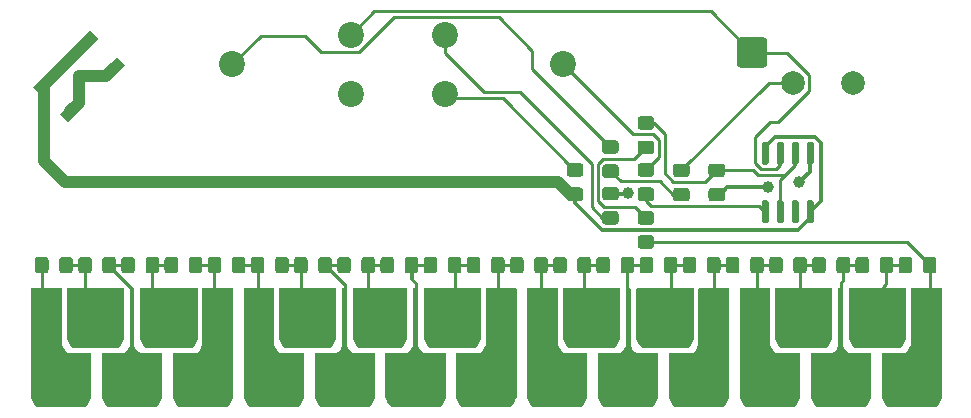
<source format=gbr>
%TF.GenerationSoftware,KiCad,Pcbnew,(5.1.12)-1*%
%TF.CreationDate,2021-12-21T10:33:20-05:00*%
%TF.ProjectId,stylophone,7374796c-6f70-4686-9f6e-652e6b696361,rev?*%
%TF.SameCoordinates,Original*%
%TF.FileFunction,Copper,L1,Top*%
%TF.FilePolarity,Positive*%
%FSLAX46Y46*%
G04 Gerber Fmt 4.6, Leading zero omitted, Abs format (unit mm)*
G04 Created by KiCad (PCBNEW (5.1.12)-1) date 2021-12-21 10:33:20*
%MOMM*%
%LPD*%
G01*
G04 APERTURE LIST*
%TA.AperFunction,ComponentPad*%
%ADD10C,2.000000*%
%TD*%
%TA.AperFunction,SMDPad,CuDef*%
%ADD11C,0.100000*%
%TD*%
%TA.AperFunction,ComponentPad*%
%ADD12C,2.200000*%
%TD*%
%TA.AperFunction,ViaPad*%
%ADD13C,1.000000*%
%TD*%
%TA.AperFunction,Conductor*%
%ADD14C,0.350000*%
%TD*%
%TA.AperFunction,Conductor*%
%ADD15C,0.254000*%
%TD*%
%TA.AperFunction,Conductor*%
%ADD16C,1.000000*%
%TD*%
G04 APERTURE END LIST*
D10*
%TO.P,LS1,2*%
%TO.N,GND*%
X163540000Y-70570000D03*
%TO.P,LS1,1*%
%TO.N,Net-(C1-Pad1)*%
X158460000Y-70570000D03*
%TD*%
%TO.P,U1,8*%
%TO.N,+6V*%
%TA.AperFunction,SMDPad,CuDef*%
G36*
G01*
X159755000Y-80500000D02*
X160055000Y-80500000D01*
G75*
G02*
X160205000Y-80650000I0J-150000D01*
G01*
X160205000Y-82300000D01*
G75*
G02*
X160055000Y-82450000I-150000J0D01*
G01*
X159755000Y-82450000D01*
G75*
G02*
X159605000Y-82300000I0J150000D01*
G01*
X159605000Y-80650000D01*
G75*
G02*
X159755000Y-80500000I150000J0D01*
G01*
G37*
%TD.AperFunction*%
%TO.P,U1,7*%
%TO.N,Net-(U1-Pad7)*%
%TA.AperFunction,SMDPad,CuDef*%
G36*
G01*
X158485000Y-80500000D02*
X158785000Y-80500000D01*
G75*
G02*
X158935000Y-80650000I0J-150000D01*
G01*
X158935000Y-82300000D01*
G75*
G02*
X158785000Y-82450000I-150000J0D01*
G01*
X158485000Y-82450000D01*
G75*
G02*
X158335000Y-82300000I0J150000D01*
G01*
X158335000Y-80650000D01*
G75*
G02*
X158485000Y-80500000I150000J0D01*
G01*
G37*
%TD.AperFunction*%
%TO.P,U1,6*%
%TO.N,Net-(C2-Pad1)*%
%TA.AperFunction,SMDPad,CuDef*%
G36*
G01*
X157215000Y-80500000D02*
X157515000Y-80500000D01*
G75*
G02*
X157665000Y-80650000I0J-150000D01*
G01*
X157665000Y-82300000D01*
G75*
G02*
X157515000Y-82450000I-150000J0D01*
G01*
X157215000Y-82450000D01*
G75*
G02*
X157065000Y-82300000I0J150000D01*
G01*
X157065000Y-80650000D01*
G75*
G02*
X157215000Y-80500000I150000J0D01*
G01*
G37*
%TD.AperFunction*%
%TO.P,U1,5*%
%TO.N,Net-(R5-Pad1)*%
%TA.AperFunction,SMDPad,CuDef*%
G36*
G01*
X155945000Y-80500000D02*
X156245000Y-80500000D01*
G75*
G02*
X156395000Y-80650000I0J-150000D01*
G01*
X156395000Y-82300000D01*
G75*
G02*
X156245000Y-82450000I-150000J0D01*
G01*
X155945000Y-82450000D01*
G75*
G02*
X155795000Y-82300000I0J150000D01*
G01*
X155795000Y-80650000D01*
G75*
G02*
X155945000Y-80500000I150000J0D01*
G01*
G37*
%TD.AperFunction*%
%TO.P,U1,4*%
%TO.N,+6V*%
%TA.AperFunction,SMDPad,CuDef*%
G36*
G01*
X155945000Y-75550000D02*
X156245000Y-75550000D01*
G75*
G02*
X156395000Y-75700000I0J-150000D01*
G01*
X156395000Y-77350000D01*
G75*
G02*
X156245000Y-77500000I-150000J0D01*
G01*
X155945000Y-77500000D01*
G75*
G02*
X155795000Y-77350000I0J150000D01*
G01*
X155795000Y-75700000D01*
G75*
G02*
X155945000Y-75550000I150000J0D01*
G01*
G37*
%TD.AperFunction*%
%TO.P,U1,3*%
%TO.N,STYLUS*%
%TA.AperFunction,SMDPad,CuDef*%
G36*
G01*
X157215000Y-75550000D02*
X157515000Y-75550000D01*
G75*
G02*
X157665000Y-75700000I0J-150000D01*
G01*
X157665000Y-77350000D01*
G75*
G02*
X157515000Y-77500000I-150000J0D01*
G01*
X157215000Y-77500000D01*
G75*
G02*
X157065000Y-77350000I0J150000D01*
G01*
X157065000Y-75700000D01*
G75*
G02*
X157215000Y-75550000I150000J0D01*
G01*
G37*
%TD.AperFunction*%
%TO.P,U1,2*%
%TO.N,Net-(C2-Pad1)*%
%TA.AperFunction,SMDPad,CuDef*%
G36*
G01*
X158485000Y-75550000D02*
X158785000Y-75550000D01*
G75*
G02*
X158935000Y-75700000I0J-150000D01*
G01*
X158935000Y-77350000D01*
G75*
G02*
X158785000Y-77500000I-150000J0D01*
G01*
X158485000Y-77500000D01*
G75*
G02*
X158335000Y-77350000I0J150000D01*
G01*
X158335000Y-75700000D01*
G75*
G02*
X158485000Y-75550000I150000J0D01*
G01*
G37*
%TD.AperFunction*%
%TO.P,U1,1*%
%TO.N,GND*%
%TA.AperFunction,SMDPad,CuDef*%
G36*
G01*
X159755000Y-75550000D02*
X160055000Y-75550000D01*
G75*
G02*
X160205000Y-75700000I0J-150000D01*
G01*
X160205000Y-77350000D01*
G75*
G02*
X160055000Y-77500000I-150000J0D01*
G01*
X159755000Y-77500000D01*
G75*
G02*
X159605000Y-77350000I0J150000D01*
G01*
X159605000Y-75700000D01*
G75*
G02*
X159755000Y-75550000I150000J0D01*
G01*
G37*
%TD.AperFunction*%
%TD*%
%TO.P,R3,2*%
%TO.N,Net-(R3-Pad2)*%
%TA.AperFunction,SMDPad,CuDef*%
G36*
G01*
X140450001Y-78525000D02*
X139549999Y-78525000D01*
G75*
G02*
X139300000Y-78275001I0J249999D01*
G01*
X139300000Y-77624999D01*
G75*
G02*
X139549999Y-77375000I249999J0D01*
G01*
X140450001Y-77375000D01*
G75*
G02*
X140700000Y-77624999I0J-249999D01*
G01*
X140700000Y-78275001D01*
G75*
G02*
X140450001Y-78525000I-249999J0D01*
G01*
G37*
%TD.AperFunction*%
%TO.P,R3,1*%
%TO.N,+6V*%
%TA.AperFunction,SMDPad,CuDef*%
G36*
G01*
X140450001Y-80575000D02*
X139549999Y-80575000D01*
G75*
G02*
X139300000Y-80325001I0J249999D01*
G01*
X139300000Y-79674999D01*
G75*
G02*
X139549999Y-79425000I249999J0D01*
G01*
X140450001Y-79425000D01*
G75*
G02*
X140700000Y-79674999I0J-249999D01*
G01*
X140700000Y-80325001D01*
G75*
G02*
X140450001Y-80575000I-249999J0D01*
G01*
G37*
%TD.AperFunction*%
%TD*%
%TO.P,R27,2*%
%TO.N,C#1*%
%TA.AperFunction,SMDPad,CuDef*%
G36*
G01*
X96325000Y-86450001D02*
X96325000Y-85549999D01*
G75*
G02*
X96574999Y-85300000I249999J0D01*
G01*
X97225001Y-85300000D01*
G75*
G02*
X97475000Y-85549999I0J-249999D01*
G01*
X97475000Y-86450001D01*
G75*
G02*
X97225001Y-86700000I-249999J0D01*
G01*
X96574999Y-86700000D01*
G75*
G02*
X96325000Y-86450001I0J249999D01*
G01*
G37*
%TD.AperFunction*%
%TO.P,R27,1*%
%TO.N,C1*%
%TA.AperFunction,SMDPad,CuDef*%
G36*
G01*
X94275000Y-86450001D02*
X94275000Y-85549999D01*
G75*
G02*
X94524999Y-85300000I249999J0D01*
G01*
X95175001Y-85300000D01*
G75*
G02*
X95425000Y-85549999I0J-249999D01*
G01*
X95425000Y-86450001D01*
G75*
G02*
X95175001Y-86700000I-249999J0D01*
G01*
X94524999Y-86700000D01*
G75*
G02*
X94275000Y-86450001I0J249999D01*
G01*
G37*
%TD.AperFunction*%
%TD*%
%TO.P,R26,2*%
%TO.N,D1*%
%TA.AperFunction,SMDPad,CuDef*%
G36*
G01*
X99981249Y-86450001D02*
X99981249Y-85549999D01*
G75*
G02*
X100231248Y-85300000I249999J0D01*
G01*
X100881250Y-85300000D01*
G75*
G02*
X101131249Y-85549999I0J-249999D01*
G01*
X101131249Y-86450001D01*
G75*
G02*
X100881250Y-86700000I-249999J0D01*
G01*
X100231248Y-86700000D01*
G75*
G02*
X99981249Y-86450001I0J249999D01*
G01*
G37*
%TD.AperFunction*%
%TO.P,R26,1*%
%TO.N,C#1*%
%TA.AperFunction,SMDPad,CuDef*%
G36*
G01*
X97931249Y-86450001D02*
X97931249Y-85549999D01*
G75*
G02*
X98181248Y-85300000I249999J0D01*
G01*
X98831250Y-85300000D01*
G75*
G02*
X99081249Y-85549999I0J-249999D01*
G01*
X99081249Y-86450001D01*
G75*
G02*
X98831250Y-86700000I-249999J0D01*
G01*
X98181248Y-86700000D01*
G75*
G02*
X97931249Y-86450001I0J249999D01*
G01*
G37*
%TD.AperFunction*%
%TD*%
%TO.P,R25,2*%
%TO.N,D#1*%
%TA.AperFunction,SMDPad,CuDef*%
G36*
G01*
X103637498Y-86450001D02*
X103637498Y-85549999D01*
G75*
G02*
X103887497Y-85300000I249999J0D01*
G01*
X104537499Y-85300000D01*
G75*
G02*
X104787498Y-85549999I0J-249999D01*
G01*
X104787498Y-86450001D01*
G75*
G02*
X104537499Y-86700000I-249999J0D01*
G01*
X103887497Y-86700000D01*
G75*
G02*
X103637498Y-86450001I0J249999D01*
G01*
G37*
%TD.AperFunction*%
%TO.P,R25,1*%
%TO.N,D1*%
%TA.AperFunction,SMDPad,CuDef*%
G36*
G01*
X101587498Y-86450001D02*
X101587498Y-85549999D01*
G75*
G02*
X101837497Y-85300000I249999J0D01*
G01*
X102487499Y-85300000D01*
G75*
G02*
X102737498Y-85549999I0J-249999D01*
G01*
X102737498Y-86450001D01*
G75*
G02*
X102487499Y-86700000I-249999J0D01*
G01*
X101837497Y-86700000D01*
G75*
G02*
X101587498Y-86450001I0J249999D01*
G01*
G37*
%TD.AperFunction*%
%TD*%
%TO.P,R24,2*%
%TO.N,E1*%
%TA.AperFunction,SMDPad,CuDef*%
G36*
G01*
X107293747Y-86450001D02*
X107293747Y-85549999D01*
G75*
G02*
X107543746Y-85300000I249999J0D01*
G01*
X108193748Y-85300000D01*
G75*
G02*
X108443747Y-85549999I0J-249999D01*
G01*
X108443747Y-86450001D01*
G75*
G02*
X108193748Y-86700000I-249999J0D01*
G01*
X107543746Y-86700000D01*
G75*
G02*
X107293747Y-86450001I0J249999D01*
G01*
G37*
%TD.AperFunction*%
%TO.P,R24,1*%
%TO.N,D#1*%
%TA.AperFunction,SMDPad,CuDef*%
G36*
G01*
X105243747Y-86450001D02*
X105243747Y-85549999D01*
G75*
G02*
X105493746Y-85300000I249999J0D01*
G01*
X106143748Y-85300000D01*
G75*
G02*
X106393747Y-85549999I0J-249999D01*
G01*
X106393747Y-86450001D01*
G75*
G02*
X106143748Y-86700000I-249999J0D01*
G01*
X105493746Y-86700000D01*
G75*
G02*
X105243747Y-86450001I0J249999D01*
G01*
G37*
%TD.AperFunction*%
%TD*%
%TO.P,R23,2*%
%TO.N,F1*%
%TA.AperFunction,SMDPad,CuDef*%
G36*
G01*
X110949996Y-86450001D02*
X110949996Y-85549999D01*
G75*
G02*
X111199995Y-85300000I249999J0D01*
G01*
X111849997Y-85300000D01*
G75*
G02*
X112099996Y-85549999I0J-249999D01*
G01*
X112099996Y-86450001D01*
G75*
G02*
X111849997Y-86700000I-249999J0D01*
G01*
X111199995Y-86700000D01*
G75*
G02*
X110949996Y-86450001I0J249999D01*
G01*
G37*
%TD.AperFunction*%
%TO.P,R23,1*%
%TO.N,E1*%
%TA.AperFunction,SMDPad,CuDef*%
G36*
G01*
X108899996Y-86450001D02*
X108899996Y-85549999D01*
G75*
G02*
X109149995Y-85300000I249999J0D01*
G01*
X109799997Y-85300000D01*
G75*
G02*
X110049996Y-85549999I0J-249999D01*
G01*
X110049996Y-86450001D01*
G75*
G02*
X109799997Y-86700000I-249999J0D01*
G01*
X109149995Y-86700000D01*
G75*
G02*
X108899996Y-86450001I0J249999D01*
G01*
G37*
%TD.AperFunction*%
%TD*%
%TO.P,R22,2*%
%TO.N,F#1*%
%TA.AperFunction,SMDPad,CuDef*%
G36*
G01*
X114606245Y-86450001D02*
X114606245Y-85549999D01*
G75*
G02*
X114856244Y-85300000I249999J0D01*
G01*
X115506246Y-85300000D01*
G75*
G02*
X115756245Y-85549999I0J-249999D01*
G01*
X115756245Y-86450001D01*
G75*
G02*
X115506246Y-86700000I-249999J0D01*
G01*
X114856244Y-86700000D01*
G75*
G02*
X114606245Y-86450001I0J249999D01*
G01*
G37*
%TD.AperFunction*%
%TO.P,R22,1*%
%TO.N,F1*%
%TA.AperFunction,SMDPad,CuDef*%
G36*
G01*
X112556245Y-86450001D02*
X112556245Y-85549999D01*
G75*
G02*
X112806244Y-85300000I249999J0D01*
G01*
X113456246Y-85300000D01*
G75*
G02*
X113706245Y-85549999I0J-249999D01*
G01*
X113706245Y-86450001D01*
G75*
G02*
X113456246Y-86700000I-249999J0D01*
G01*
X112806244Y-86700000D01*
G75*
G02*
X112556245Y-86450001I0J249999D01*
G01*
G37*
%TD.AperFunction*%
%TD*%
%TO.P,R21,2*%
%TO.N,G1*%
%TA.AperFunction,SMDPad,CuDef*%
G36*
G01*
X118262494Y-86450001D02*
X118262494Y-85549999D01*
G75*
G02*
X118512493Y-85300000I249999J0D01*
G01*
X119162495Y-85300000D01*
G75*
G02*
X119412494Y-85549999I0J-249999D01*
G01*
X119412494Y-86450001D01*
G75*
G02*
X119162495Y-86700000I-249999J0D01*
G01*
X118512493Y-86700000D01*
G75*
G02*
X118262494Y-86450001I0J249999D01*
G01*
G37*
%TD.AperFunction*%
%TO.P,R21,1*%
%TO.N,F#1*%
%TA.AperFunction,SMDPad,CuDef*%
G36*
G01*
X116212494Y-86450001D02*
X116212494Y-85549999D01*
G75*
G02*
X116462493Y-85300000I249999J0D01*
G01*
X117112495Y-85300000D01*
G75*
G02*
X117362494Y-85549999I0J-249999D01*
G01*
X117362494Y-86450001D01*
G75*
G02*
X117112495Y-86700000I-249999J0D01*
G01*
X116462493Y-86700000D01*
G75*
G02*
X116212494Y-86450001I0J249999D01*
G01*
G37*
%TD.AperFunction*%
%TD*%
%TO.P,R20,2*%
%TO.N,G#1*%
%TA.AperFunction,SMDPad,CuDef*%
G36*
G01*
X121918743Y-86450001D02*
X121918743Y-85549999D01*
G75*
G02*
X122168742Y-85300000I249999J0D01*
G01*
X122818744Y-85300000D01*
G75*
G02*
X123068743Y-85549999I0J-249999D01*
G01*
X123068743Y-86450001D01*
G75*
G02*
X122818744Y-86700000I-249999J0D01*
G01*
X122168742Y-86700000D01*
G75*
G02*
X121918743Y-86450001I0J249999D01*
G01*
G37*
%TD.AperFunction*%
%TO.P,R20,1*%
%TO.N,G1*%
%TA.AperFunction,SMDPad,CuDef*%
G36*
G01*
X119868743Y-86450001D02*
X119868743Y-85549999D01*
G75*
G02*
X120118742Y-85300000I249999J0D01*
G01*
X120768744Y-85300000D01*
G75*
G02*
X121018743Y-85549999I0J-249999D01*
G01*
X121018743Y-86450001D01*
G75*
G02*
X120768744Y-86700000I-249999J0D01*
G01*
X120118742Y-86700000D01*
G75*
G02*
X119868743Y-86450001I0J249999D01*
G01*
G37*
%TD.AperFunction*%
%TD*%
%TO.P,R19,2*%
%TO.N,A1*%
%TA.AperFunction,SMDPad,CuDef*%
G36*
G01*
X125574992Y-86450001D02*
X125574992Y-85549999D01*
G75*
G02*
X125824991Y-85300000I249999J0D01*
G01*
X126474993Y-85300000D01*
G75*
G02*
X126724992Y-85549999I0J-249999D01*
G01*
X126724992Y-86450001D01*
G75*
G02*
X126474993Y-86700000I-249999J0D01*
G01*
X125824991Y-86700000D01*
G75*
G02*
X125574992Y-86450001I0J249999D01*
G01*
G37*
%TD.AperFunction*%
%TO.P,R19,1*%
%TO.N,G#1*%
%TA.AperFunction,SMDPad,CuDef*%
G36*
G01*
X123524992Y-86450001D02*
X123524992Y-85549999D01*
G75*
G02*
X123774991Y-85300000I249999J0D01*
G01*
X124424993Y-85300000D01*
G75*
G02*
X124674992Y-85549999I0J-249999D01*
G01*
X124674992Y-86450001D01*
G75*
G02*
X124424993Y-86700000I-249999J0D01*
G01*
X123774991Y-86700000D01*
G75*
G02*
X123524992Y-86450001I0J249999D01*
G01*
G37*
%TD.AperFunction*%
%TD*%
%TO.P,R18,2*%
%TO.N,A#1*%
%TA.AperFunction,SMDPad,CuDef*%
G36*
G01*
X129231241Y-86450001D02*
X129231241Y-85549999D01*
G75*
G02*
X129481240Y-85300000I249999J0D01*
G01*
X130131242Y-85300000D01*
G75*
G02*
X130381241Y-85549999I0J-249999D01*
G01*
X130381241Y-86450001D01*
G75*
G02*
X130131242Y-86700000I-249999J0D01*
G01*
X129481240Y-86700000D01*
G75*
G02*
X129231241Y-86450001I0J249999D01*
G01*
G37*
%TD.AperFunction*%
%TO.P,R18,1*%
%TO.N,A1*%
%TA.AperFunction,SMDPad,CuDef*%
G36*
G01*
X127181241Y-86450001D02*
X127181241Y-85549999D01*
G75*
G02*
X127431240Y-85300000I249999J0D01*
G01*
X128081242Y-85300000D01*
G75*
G02*
X128331241Y-85549999I0J-249999D01*
G01*
X128331241Y-86450001D01*
G75*
G02*
X128081242Y-86700000I-249999J0D01*
G01*
X127431240Y-86700000D01*
G75*
G02*
X127181241Y-86450001I0J249999D01*
G01*
G37*
%TD.AperFunction*%
%TD*%
%TO.P,R17,2*%
%TO.N,B1*%
%TA.AperFunction,SMDPad,CuDef*%
G36*
G01*
X132887490Y-86450001D02*
X132887490Y-85549999D01*
G75*
G02*
X133137489Y-85300000I249999J0D01*
G01*
X133787491Y-85300000D01*
G75*
G02*
X134037490Y-85549999I0J-249999D01*
G01*
X134037490Y-86450001D01*
G75*
G02*
X133787491Y-86700000I-249999J0D01*
G01*
X133137489Y-86700000D01*
G75*
G02*
X132887490Y-86450001I0J249999D01*
G01*
G37*
%TD.AperFunction*%
%TO.P,R17,1*%
%TO.N,A#1*%
%TA.AperFunction,SMDPad,CuDef*%
G36*
G01*
X130837490Y-86450001D02*
X130837490Y-85549999D01*
G75*
G02*
X131087489Y-85300000I249999J0D01*
G01*
X131737491Y-85300000D01*
G75*
G02*
X131987490Y-85549999I0J-249999D01*
G01*
X131987490Y-86450001D01*
G75*
G02*
X131737491Y-86700000I-249999J0D01*
G01*
X131087489Y-86700000D01*
G75*
G02*
X130837490Y-86450001I0J249999D01*
G01*
G37*
%TD.AperFunction*%
%TD*%
%TO.P,R16,2*%
%TO.N,C2*%
%TA.AperFunction,SMDPad,CuDef*%
G36*
G01*
X136543739Y-86450001D02*
X136543739Y-85549999D01*
G75*
G02*
X136793738Y-85300000I249999J0D01*
G01*
X137443740Y-85300000D01*
G75*
G02*
X137693739Y-85549999I0J-249999D01*
G01*
X137693739Y-86450001D01*
G75*
G02*
X137443740Y-86700000I-249999J0D01*
G01*
X136793738Y-86700000D01*
G75*
G02*
X136543739Y-86450001I0J249999D01*
G01*
G37*
%TD.AperFunction*%
%TO.P,R16,1*%
%TO.N,B1*%
%TA.AperFunction,SMDPad,CuDef*%
G36*
G01*
X134493739Y-86450001D02*
X134493739Y-85549999D01*
G75*
G02*
X134743738Y-85300000I249999J0D01*
G01*
X135393740Y-85300000D01*
G75*
G02*
X135643739Y-85549999I0J-249999D01*
G01*
X135643739Y-86450001D01*
G75*
G02*
X135393740Y-86700000I-249999J0D01*
G01*
X134743738Y-86700000D01*
G75*
G02*
X134493739Y-86450001I0J249999D01*
G01*
G37*
%TD.AperFunction*%
%TD*%
%TO.P,R15,2*%
%TO.N,C#2*%
%TA.AperFunction,SMDPad,CuDef*%
G36*
G01*
X140199988Y-86450001D02*
X140199988Y-85549999D01*
G75*
G02*
X140449987Y-85300000I249999J0D01*
G01*
X141099989Y-85300000D01*
G75*
G02*
X141349988Y-85549999I0J-249999D01*
G01*
X141349988Y-86450001D01*
G75*
G02*
X141099989Y-86700000I-249999J0D01*
G01*
X140449987Y-86700000D01*
G75*
G02*
X140199988Y-86450001I0J249999D01*
G01*
G37*
%TD.AperFunction*%
%TO.P,R15,1*%
%TO.N,C2*%
%TA.AperFunction,SMDPad,CuDef*%
G36*
G01*
X138149988Y-86450001D02*
X138149988Y-85549999D01*
G75*
G02*
X138399987Y-85300000I249999J0D01*
G01*
X139049989Y-85300000D01*
G75*
G02*
X139299988Y-85549999I0J-249999D01*
G01*
X139299988Y-86450001D01*
G75*
G02*
X139049989Y-86700000I-249999J0D01*
G01*
X138399987Y-86700000D01*
G75*
G02*
X138149988Y-86450001I0J249999D01*
G01*
G37*
%TD.AperFunction*%
%TD*%
%TO.P,R14,2*%
%TO.N,D2*%
%TA.AperFunction,SMDPad,CuDef*%
G36*
G01*
X143856237Y-86450001D02*
X143856237Y-85549999D01*
G75*
G02*
X144106236Y-85300000I249999J0D01*
G01*
X144756238Y-85300000D01*
G75*
G02*
X145006237Y-85549999I0J-249999D01*
G01*
X145006237Y-86450001D01*
G75*
G02*
X144756238Y-86700000I-249999J0D01*
G01*
X144106236Y-86700000D01*
G75*
G02*
X143856237Y-86450001I0J249999D01*
G01*
G37*
%TD.AperFunction*%
%TO.P,R14,1*%
%TO.N,C#2*%
%TA.AperFunction,SMDPad,CuDef*%
G36*
G01*
X141806237Y-86450001D02*
X141806237Y-85549999D01*
G75*
G02*
X142056236Y-85300000I249999J0D01*
G01*
X142706238Y-85300000D01*
G75*
G02*
X142956237Y-85549999I0J-249999D01*
G01*
X142956237Y-86450001D01*
G75*
G02*
X142706238Y-86700000I-249999J0D01*
G01*
X142056236Y-86700000D01*
G75*
G02*
X141806237Y-86450001I0J249999D01*
G01*
G37*
%TD.AperFunction*%
%TD*%
%TO.P,R13,2*%
%TO.N,D#2*%
%TA.AperFunction,SMDPad,CuDef*%
G36*
G01*
X147512486Y-86450001D02*
X147512486Y-85549999D01*
G75*
G02*
X147762485Y-85300000I249999J0D01*
G01*
X148412487Y-85300000D01*
G75*
G02*
X148662486Y-85549999I0J-249999D01*
G01*
X148662486Y-86450001D01*
G75*
G02*
X148412487Y-86700000I-249999J0D01*
G01*
X147762485Y-86700000D01*
G75*
G02*
X147512486Y-86450001I0J249999D01*
G01*
G37*
%TD.AperFunction*%
%TO.P,R13,1*%
%TO.N,D2*%
%TA.AperFunction,SMDPad,CuDef*%
G36*
G01*
X145462486Y-86450001D02*
X145462486Y-85549999D01*
G75*
G02*
X145712485Y-85300000I249999J0D01*
G01*
X146362487Y-85300000D01*
G75*
G02*
X146612486Y-85549999I0J-249999D01*
G01*
X146612486Y-86450001D01*
G75*
G02*
X146362487Y-86700000I-249999J0D01*
G01*
X145712485Y-86700000D01*
G75*
G02*
X145462486Y-86450001I0J249999D01*
G01*
G37*
%TD.AperFunction*%
%TD*%
%TO.P,R12,2*%
%TO.N,E2*%
%TA.AperFunction,SMDPad,CuDef*%
G36*
G01*
X151168735Y-86450001D02*
X151168735Y-85549999D01*
G75*
G02*
X151418734Y-85300000I249999J0D01*
G01*
X152068736Y-85300000D01*
G75*
G02*
X152318735Y-85549999I0J-249999D01*
G01*
X152318735Y-86450001D01*
G75*
G02*
X152068736Y-86700000I-249999J0D01*
G01*
X151418734Y-86700000D01*
G75*
G02*
X151168735Y-86450001I0J249999D01*
G01*
G37*
%TD.AperFunction*%
%TO.P,R12,1*%
%TO.N,D#2*%
%TA.AperFunction,SMDPad,CuDef*%
G36*
G01*
X149118735Y-86450001D02*
X149118735Y-85549999D01*
G75*
G02*
X149368734Y-85300000I249999J0D01*
G01*
X150018736Y-85300000D01*
G75*
G02*
X150268735Y-85549999I0J-249999D01*
G01*
X150268735Y-86450001D01*
G75*
G02*
X150018736Y-86700000I-249999J0D01*
G01*
X149368734Y-86700000D01*
G75*
G02*
X149118735Y-86450001I0J249999D01*
G01*
G37*
%TD.AperFunction*%
%TD*%
%TO.P,R11,2*%
%TO.N,F2*%
%TA.AperFunction,SMDPad,CuDef*%
G36*
G01*
X154824984Y-86450001D02*
X154824984Y-85549999D01*
G75*
G02*
X155074983Y-85300000I249999J0D01*
G01*
X155724985Y-85300000D01*
G75*
G02*
X155974984Y-85549999I0J-249999D01*
G01*
X155974984Y-86450001D01*
G75*
G02*
X155724985Y-86700000I-249999J0D01*
G01*
X155074983Y-86700000D01*
G75*
G02*
X154824984Y-86450001I0J249999D01*
G01*
G37*
%TD.AperFunction*%
%TO.P,R11,1*%
%TO.N,E2*%
%TA.AperFunction,SMDPad,CuDef*%
G36*
G01*
X152774984Y-86450001D02*
X152774984Y-85549999D01*
G75*
G02*
X153024983Y-85300000I249999J0D01*
G01*
X153674985Y-85300000D01*
G75*
G02*
X153924984Y-85549999I0J-249999D01*
G01*
X153924984Y-86450001D01*
G75*
G02*
X153674985Y-86700000I-249999J0D01*
G01*
X153024983Y-86700000D01*
G75*
G02*
X152774984Y-86450001I0J249999D01*
G01*
G37*
%TD.AperFunction*%
%TD*%
%TO.P,R10,2*%
%TO.N,F#2*%
%TA.AperFunction,SMDPad,CuDef*%
G36*
G01*
X158481233Y-86450001D02*
X158481233Y-85549999D01*
G75*
G02*
X158731232Y-85300000I249999J0D01*
G01*
X159381234Y-85300000D01*
G75*
G02*
X159631233Y-85549999I0J-249999D01*
G01*
X159631233Y-86450001D01*
G75*
G02*
X159381234Y-86700000I-249999J0D01*
G01*
X158731232Y-86700000D01*
G75*
G02*
X158481233Y-86450001I0J249999D01*
G01*
G37*
%TD.AperFunction*%
%TO.P,R10,1*%
%TO.N,F2*%
%TA.AperFunction,SMDPad,CuDef*%
G36*
G01*
X156431233Y-86450001D02*
X156431233Y-85549999D01*
G75*
G02*
X156681232Y-85300000I249999J0D01*
G01*
X157331234Y-85300000D01*
G75*
G02*
X157581233Y-85549999I0J-249999D01*
G01*
X157581233Y-86450001D01*
G75*
G02*
X157331234Y-86700000I-249999J0D01*
G01*
X156681232Y-86700000D01*
G75*
G02*
X156431233Y-86450001I0J249999D01*
G01*
G37*
%TD.AperFunction*%
%TD*%
%TO.P,R9,2*%
%TO.N,G2*%
%TA.AperFunction,SMDPad,CuDef*%
G36*
G01*
X162137482Y-86450001D02*
X162137482Y-85549999D01*
G75*
G02*
X162387481Y-85300000I249999J0D01*
G01*
X163037483Y-85300000D01*
G75*
G02*
X163287482Y-85549999I0J-249999D01*
G01*
X163287482Y-86450001D01*
G75*
G02*
X163037483Y-86700000I-249999J0D01*
G01*
X162387481Y-86700000D01*
G75*
G02*
X162137482Y-86450001I0J249999D01*
G01*
G37*
%TD.AperFunction*%
%TO.P,R9,1*%
%TO.N,F#2*%
%TA.AperFunction,SMDPad,CuDef*%
G36*
G01*
X160087482Y-86450001D02*
X160087482Y-85549999D01*
G75*
G02*
X160337481Y-85300000I249999J0D01*
G01*
X160987483Y-85300000D01*
G75*
G02*
X161237482Y-85549999I0J-249999D01*
G01*
X161237482Y-86450001D01*
G75*
G02*
X160987483Y-86700000I-249999J0D01*
G01*
X160337481Y-86700000D01*
G75*
G02*
X160087482Y-86450001I0J249999D01*
G01*
G37*
%TD.AperFunction*%
%TD*%
%TO.P,R8,2*%
%TO.N,G#2*%
%TA.AperFunction,SMDPad,CuDef*%
G36*
G01*
X165793731Y-86450001D02*
X165793731Y-85549999D01*
G75*
G02*
X166043730Y-85300000I249999J0D01*
G01*
X166693732Y-85300000D01*
G75*
G02*
X166943731Y-85549999I0J-249999D01*
G01*
X166943731Y-86450001D01*
G75*
G02*
X166693732Y-86700000I-249999J0D01*
G01*
X166043730Y-86700000D01*
G75*
G02*
X165793731Y-86450001I0J249999D01*
G01*
G37*
%TD.AperFunction*%
%TO.P,R8,1*%
%TO.N,G2*%
%TA.AperFunction,SMDPad,CuDef*%
G36*
G01*
X163743731Y-86450001D02*
X163743731Y-85549999D01*
G75*
G02*
X163993730Y-85300000I249999J0D01*
G01*
X164643732Y-85300000D01*
G75*
G02*
X164893731Y-85549999I0J-249999D01*
G01*
X164893731Y-86450001D01*
G75*
G02*
X164643732Y-86700000I-249999J0D01*
G01*
X163993730Y-86700000D01*
G75*
G02*
X163743731Y-86450001I0J249999D01*
G01*
G37*
%TD.AperFunction*%
%TD*%
%TO.P,R7,2*%
%TO.N,A2*%
%TA.AperFunction,SMDPad,CuDef*%
G36*
G01*
X169449982Y-86450001D02*
X169449982Y-85549999D01*
G75*
G02*
X169699981Y-85300000I249999J0D01*
G01*
X170349983Y-85300000D01*
G75*
G02*
X170599982Y-85549999I0J-249999D01*
G01*
X170599982Y-86450001D01*
G75*
G02*
X170349983Y-86700000I-249999J0D01*
G01*
X169699981Y-86700000D01*
G75*
G02*
X169449982Y-86450001I0J249999D01*
G01*
G37*
%TD.AperFunction*%
%TO.P,R7,1*%
%TO.N,G#2*%
%TA.AperFunction,SMDPad,CuDef*%
G36*
G01*
X167399982Y-86450001D02*
X167399982Y-85549999D01*
G75*
G02*
X167649981Y-85300000I249999J0D01*
G01*
X168299983Y-85300000D01*
G75*
G02*
X168549982Y-85549999I0J-249999D01*
G01*
X168549982Y-86450001D01*
G75*
G02*
X168299983Y-86700000I-249999J0D01*
G01*
X167649981Y-86700000D01*
G75*
G02*
X167399982Y-86450001I0J249999D01*
G01*
G37*
%TD.AperFunction*%
%TD*%
%TO.P,R6,2*%
%TO.N,GND*%
%TA.AperFunction,SMDPad,CuDef*%
G36*
G01*
X143450001Y-80525000D02*
X142549999Y-80525000D01*
G75*
G02*
X142300000Y-80275001I0J249999D01*
G01*
X142300000Y-79624999D01*
G75*
G02*
X142549999Y-79375000I249999J0D01*
G01*
X143450001Y-79375000D01*
G75*
G02*
X143700000Y-79624999I0J-249999D01*
G01*
X143700000Y-80275001D01*
G75*
G02*
X143450001Y-80525000I-249999J0D01*
G01*
G37*
%TD.AperFunction*%
%TO.P,R6,1*%
%TO.N,Net-(R6-Pad1)*%
%TA.AperFunction,SMDPad,CuDef*%
G36*
G01*
X143450001Y-82575000D02*
X142549999Y-82575000D01*
G75*
G02*
X142300000Y-82325001I0J249999D01*
G01*
X142300000Y-81674999D01*
G75*
G02*
X142549999Y-81425000I249999J0D01*
G01*
X143450001Y-81425000D01*
G75*
G02*
X143700000Y-81674999I0J-249999D01*
G01*
X143700000Y-82325001D01*
G75*
G02*
X143450001Y-82575000I-249999J0D01*
G01*
G37*
%TD.AperFunction*%
%TD*%
%TO.P,R5,2*%
%TO.N,Net-(R5-Pad2)*%
%TA.AperFunction,SMDPad,CuDef*%
G36*
G01*
X146450001Y-78525000D02*
X145549999Y-78525000D01*
G75*
G02*
X145300000Y-78275001I0J249999D01*
G01*
X145300000Y-77624999D01*
G75*
G02*
X145549999Y-77375000I249999J0D01*
G01*
X146450001Y-77375000D01*
G75*
G02*
X146700000Y-77624999I0J-249999D01*
G01*
X146700000Y-78275001D01*
G75*
G02*
X146450001Y-78525000I-249999J0D01*
G01*
G37*
%TD.AperFunction*%
%TO.P,R5,1*%
%TO.N,Net-(R5-Pad1)*%
%TA.AperFunction,SMDPad,CuDef*%
G36*
G01*
X146450001Y-80575000D02*
X145549999Y-80575000D01*
G75*
G02*
X145300000Y-80325001I0J249999D01*
G01*
X145300000Y-79674999D01*
G75*
G02*
X145549999Y-79425000I249999J0D01*
G01*
X146450001Y-79425000D01*
G75*
G02*
X146700000Y-79674999I0J-249999D01*
G01*
X146700000Y-80325001D01*
G75*
G02*
X146450001Y-80575000I-249999J0D01*
G01*
G37*
%TD.AperFunction*%
%TD*%
%TO.P,R4,2*%
%TO.N,Net-(C2-Pad1)*%
%TA.AperFunction,SMDPad,CuDef*%
G36*
G01*
X146450001Y-74550000D02*
X145549999Y-74550000D01*
G75*
G02*
X145300000Y-74300001I0J249999D01*
G01*
X145300000Y-73649999D01*
G75*
G02*
X145549999Y-73400000I249999J0D01*
G01*
X146450001Y-73400000D01*
G75*
G02*
X146700000Y-73649999I0J-249999D01*
G01*
X146700000Y-74300001D01*
G75*
G02*
X146450001Y-74550000I-249999J0D01*
G01*
G37*
%TD.AperFunction*%
%TO.P,R4,1*%
%TO.N,Net-(R2-Pad2)*%
%TA.AperFunction,SMDPad,CuDef*%
G36*
G01*
X146450001Y-76600000D02*
X145549999Y-76600000D01*
G75*
G02*
X145300000Y-76350001I0J249999D01*
G01*
X145300000Y-75699999D01*
G75*
G02*
X145549999Y-75450000I249999J0D01*
G01*
X146450001Y-75450000D01*
G75*
G02*
X146700000Y-75699999I0J-249999D01*
G01*
X146700000Y-76350001D01*
G75*
G02*
X146450001Y-76600000I-249999J0D01*
G01*
G37*
%TD.AperFunction*%
%TD*%
%TO.P,R2,2*%
%TO.N,Net-(R2-Pad2)*%
%TA.AperFunction,SMDPad,CuDef*%
G36*
G01*
X146450001Y-82575000D02*
X145549999Y-82575000D01*
G75*
G02*
X145300000Y-82325001I0J249999D01*
G01*
X145300000Y-81674999D01*
G75*
G02*
X145549999Y-81425000I249999J0D01*
G01*
X146450001Y-81425000D01*
G75*
G02*
X146700000Y-81674999I0J-249999D01*
G01*
X146700000Y-82325001D01*
G75*
G02*
X146450001Y-82575000I-249999J0D01*
G01*
G37*
%TD.AperFunction*%
%TO.P,R2,1*%
%TO.N,A2*%
%TA.AperFunction,SMDPad,CuDef*%
G36*
G01*
X146450001Y-84625000D02*
X145549999Y-84625000D01*
G75*
G02*
X145300000Y-84375001I0J249999D01*
G01*
X145300000Y-83724999D01*
G75*
G02*
X145549999Y-83475000I249999J0D01*
G01*
X146450001Y-83475000D01*
G75*
G02*
X146700000Y-83724999I0J-249999D01*
G01*
X146700000Y-84375001D01*
G75*
G02*
X146450001Y-84625000I-249999J0D01*
G01*
G37*
%TD.AperFunction*%
%TD*%
%TO.P,R1,2*%
%TO.N,Net-(R1-Pad2)*%
%TA.AperFunction,SMDPad,CuDef*%
G36*
G01*
X143450001Y-76575000D02*
X142549999Y-76575000D01*
G75*
G02*
X142300000Y-76325001I0J249999D01*
G01*
X142300000Y-75674999D01*
G75*
G02*
X142549999Y-75425000I249999J0D01*
G01*
X143450001Y-75425000D01*
G75*
G02*
X143700000Y-75674999I0J-249999D01*
G01*
X143700000Y-76325001D01*
G75*
G02*
X143450001Y-76575000I-249999J0D01*
G01*
G37*
%TD.AperFunction*%
%TO.P,R1,1*%
%TO.N,Net-(C1-Pad2)*%
%TA.AperFunction,SMDPad,CuDef*%
G36*
G01*
X143450001Y-78625000D02*
X142549999Y-78625000D01*
G75*
G02*
X142300000Y-78375001I0J249999D01*
G01*
X142300000Y-77724999D01*
G75*
G02*
X142549999Y-77475000I249999J0D01*
G01*
X143450001Y-77475000D01*
G75*
G02*
X143700000Y-77724999I0J-249999D01*
G01*
X143700000Y-78375001D01*
G75*
G02*
X143450001Y-78625000I-249999J0D01*
G01*
G37*
%TD.AperFunction*%
%TD*%
%TO.P,C2,2*%
%TO.N,GND*%
%TA.AperFunction,SMDPad,CuDef*%
G36*
G01*
X151549999Y-79450000D02*
X152450001Y-79450000D01*
G75*
G02*
X152700000Y-79699999I0J-249999D01*
G01*
X152700000Y-80350001D01*
G75*
G02*
X152450001Y-80600000I-249999J0D01*
G01*
X151549999Y-80600000D01*
G75*
G02*
X151300000Y-80350001I0J249999D01*
G01*
X151300000Y-79699999D01*
G75*
G02*
X151549999Y-79450000I249999J0D01*
G01*
G37*
%TD.AperFunction*%
%TO.P,C2,1*%
%TO.N,Net-(C2-Pad1)*%
%TA.AperFunction,SMDPad,CuDef*%
G36*
G01*
X151549999Y-77400000D02*
X152450001Y-77400000D01*
G75*
G02*
X152700000Y-77649999I0J-249999D01*
G01*
X152700000Y-78300001D01*
G75*
G02*
X152450001Y-78550000I-249999J0D01*
G01*
X151549999Y-78550000D01*
G75*
G02*
X151300000Y-78300001I0J249999D01*
G01*
X151300000Y-77649999D01*
G75*
G02*
X151549999Y-77400000I249999J0D01*
G01*
G37*
%TD.AperFunction*%
%TD*%
%TO.P,C1,2*%
%TO.N,Net-(C1-Pad2)*%
%TA.AperFunction,SMDPad,CuDef*%
G36*
G01*
X148549999Y-79450000D02*
X149450001Y-79450000D01*
G75*
G02*
X149700000Y-79699999I0J-249999D01*
G01*
X149700000Y-80350001D01*
G75*
G02*
X149450001Y-80600000I-249999J0D01*
G01*
X148549999Y-80600000D01*
G75*
G02*
X148300000Y-80350001I0J249999D01*
G01*
X148300000Y-79699999D01*
G75*
G02*
X148549999Y-79450000I249999J0D01*
G01*
G37*
%TD.AperFunction*%
%TO.P,C1,1*%
%TO.N,Net-(C1-Pad1)*%
%TA.AperFunction,SMDPad,CuDef*%
G36*
G01*
X148549999Y-77400000D02*
X149450001Y-77400000D01*
G75*
G02*
X149700000Y-77649999I0J-249999D01*
G01*
X149700000Y-78300001D01*
G75*
G02*
X149450001Y-78550000I-249999J0D01*
G01*
X148549999Y-78550000D01*
G75*
G02*
X148300000Y-78300001I0J249999D01*
G01*
X148300000Y-77649999D01*
G75*
G02*
X148549999Y-77400000I249999J0D01*
G01*
G37*
%TD.AperFunction*%
%TD*%
%TO.P,TP1,1*%
%TO.N,STYLUS*%
%TA.AperFunction,ComponentPad*%
G36*
G01*
X156025001Y-69275000D02*
X153974999Y-69275000D01*
G75*
G02*
X153725000Y-69025001I0J249999D01*
G01*
X153725000Y-66974999D01*
G75*
G02*
X153974999Y-66725000I249999J0D01*
G01*
X156025001Y-66725000D01*
G75*
G02*
X156275000Y-66974999I0J-249999D01*
G01*
X156275000Y-69025001D01*
G75*
G02*
X156025001Y-69275000I-249999J0D01*
G01*
G37*
%TD.AperFunction*%
%TD*%
%TA.AperFunction,SMDPad,CuDef*%
D11*
%TO.P,k1,G#1*%
%TO.N,G#1*%
G36*
X125759755Y-87950961D02*
G01*
X125769134Y-87953806D01*
X125777779Y-87958427D01*
X125785355Y-87964645D01*
X125791573Y-87972221D01*
X125796194Y-87980866D01*
X125799039Y-87990245D01*
X125800000Y-88000000D01*
X125800000Y-92250000D01*
X125799039Y-92259755D01*
X125794721Y-92272361D01*
X125544721Y-92772361D01*
X125539500Y-92780656D01*
X125535355Y-92785355D01*
X125285355Y-93035355D01*
X125277779Y-93041573D01*
X125269134Y-93046194D01*
X125259755Y-93049039D01*
X125250000Y-93050000D01*
X121750000Y-93050000D01*
X121740245Y-93049039D01*
X121730866Y-93046194D01*
X121722221Y-93041573D01*
X121714645Y-93035355D01*
X121464645Y-92785355D01*
X121458427Y-92777779D01*
X121455279Y-92772361D01*
X121205279Y-92272361D01*
X121201776Y-92263206D01*
X121200000Y-92250000D01*
X121200000Y-88000000D01*
X121200961Y-87990245D01*
X121203806Y-87980866D01*
X121208427Y-87972221D01*
X121214645Y-87964645D01*
X121222221Y-87958427D01*
X121230866Y-87953806D01*
X121240245Y-87950961D01*
X121250000Y-87950000D01*
X125750000Y-87950000D01*
X125759755Y-87950961D01*
G37*
%TD.AperFunction*%
%TA.AperFunction,SMDPad,CuDef*%
%TO.P,k1,F#2*%
%TO.N,F#2*%
G36*
X161759755Y-87950961D02*
G01*
X161769134Y-87953806D01*
X161777779Y-87958427D01*
X161785355Y-87964645D01*
X161791573Y-87972221D01*
X161796194Y-87980866D01*
X161799039Y-87990245D01*
X161800000Y-88000000D01*
X161800000Y-92250000D01*
X161799039Y-92259755D01*
X161794721Y-92272361D01*
X161544721Y-92772361D01*
X161539500Y-92780656D01*
X161535355Y-92785355D01*
X161285355Y-93035355D01*
X161277779Y-93041573D01*
X161269134Y-93046194D01*
X161259755Y-93049039D01*
X161250000Y-93050000D01*
X157500000Y-93050000D01*
X157490245Y-93049039D01*
X157480866Y-93046194D01*
X157472221Y-93041573D01*
X157464645Y-93035355D01*
X157214645Y-92785355D01*
X157208427Y-92777779D01*
X157205279Y-92772361D01*
X156955279Y-92272361D01*
X156951776Y-92263206D01*
X156950000Y-92250000D01*
X156950000Y-88000000D01*
X156950961Y-87990245D01*
X156953806Y-87980866D01*
X156958427Y-87972221D01*
X156964645Y-87964645D01*
X156972221Y-87958427D01*
X156980866Y-87953806D01*
X156990245Y-87950961D01*
X157000000Y-87950000D01*
X161750000Y-87950000D01*
X161759755Y-87950961D01*
G37*
%TD.AperFunction*%
%TA.AperFunction,SMDPad,CuDef*%
%TO.P,k1,C#2*%
%TO.N,C#2*%
G36*
X143759755Y-87950961D02*
G01*
X143769134Y-87953806D01*
X143777779Y-87958427D01*
X143785355Y-87964645D01*
X143791573Y-87972221D01*
X143796194Y-87980866D01*
X143799039Y-87990245D01*
X143800000Y-88000000D01*
X143800000Y-92250000D01*
X143799039Y-92259755D01*
X143794721Y-92272361D01*
X143544721Y-92772361D01*
X143539500Y-92780656D01*
X143535355Y-92785355D01*
X143285355Y-93035355D01*
X143277779Y-93041573D01*
X143269134Y-93046194D01*
X143259755Y-93049039D01*
X143250000Y-93050000D01*
X139500000Y-93050000D01*
X139490245Y-93049039D01*
X139480866Y-93046194D01*
X139472221Y-93041573D01*
X139464645Y-93035355D01*
X139214645Y-92785355D01*
X139208427Y-92777779D01*
X139205279Y-92772361D01*
X138955279Y-92272361D01*
X138951776Y-92263206D01*
X138950000Y-92250000D01*
X138950000Y-88000000D01*
X138950961Y-87990245D01*
X138953806Y-87980866D01*
X138958427Y-87972221D01*
X138964645Y-87964645D01*
X138972221Y-87958427D01*
X138980866Y-87953806D01*
X138990245Y-87950961D01*
X139000000Y-87950000D01*
X143750000Y-87950000D01*
X143759755Y-87950961D01*
G37*
%TD.AperFunction*%
%TA.AperFunction,SMDPad,CuDef*%
%TO.P,k1,F#1*%
%TO.N,F#1*%
G36*
X119759755Y-87950961D02*
G01*
X119769134Y-87953806D01*
X119777779Y-87958427D01*
X119785355Y-87964645D01*
X119791573Y-87972221D01*
X119796194Y-87980866D01*
X119799039Y-87990245D01*
X119800000Y-88000000D01*
X119800000Y-92250000D01*
X119799039Y-92259755D01*
X119794721Y-92272361D01*
X119544721Y-92772361D01*
X119539500Y-92780656D01*
X119535355Y-92785355D01*
X119285355Y-93035355D01*
X119277779Y-93041573D01*
X119269134Y-93046194D01*
X119259755Y-93049039D01*
X119250000Y-93050000D01*
X115500000Y-93050000D01*
X115490245Y-93049039D01*
X115480866Y-93046194D01*
X115472221Y-93041573D01*
X115464645Y-93035355D01*
X115214645Y-92785355D01*
X115208427Y-92777779D01*
X115205279Y-92772361D01*
X114955279Y-92272361D01*
X114951776Y-92263206D01*
X114950000Y-92250000D01*
X114950000Y-88000000D01*
X114950961Y-87990245D01*
X114953806Y-87980866D01*
X114958427Y-87972221D01*
X114964645Y-87964645D01*
X114972221Y-87958427D01*
X114980866Y-87953806D01*
X114990245Y-87950961D01*
X115000000Y-87950000D01*
X119750000Y-87950000D01*
X119759755Y-87950961D01*
G37*
%TD.AperFunction*%
%TA.AperFunction,SMDPad,CuDef*%
%TO.P,k1,G#2*%
%TO.N,G#2*%
G36*
X168009755Y-87950961D02*
G01*
X168019134Y-87953806D01*
X168027779Y-87958427D01*
X168035355Y-87964645D01*
X168041573Y-87972221D01*
X168046194Y-87980866D01*
X168049039Y-87990245D01*
X168050000Y-88000000D01*
X168050000Y-92250000D01*
X168049039Y-92259755D01*
X168044721Y-92272361D01*
X167794721Y-92772361D01*
X167789500Y-92780656D01*
X167785355Y-92785355D01*
X167535355Y-93035355D01*
X167527779Y-93041573D01*
X167519134Y-93046194D01*
X167509755Y-93049039D01*
X167500000Y-93050000D01*
X163750000Y-93050000D01*
X163740245Y-93049039D01*
X163730866Y-93046194D01*
X163722221Y-93041573D01*
X163714645Y-93035355D01*
X163464645Y-92785355D01*
X163458427Y-92777779D01*
X163455279Y-92772361D01*
X163205279Y-92272361D01*
X163201776Y-92263206D01*
X163200000Y-92250000D01*
X163200000Y-88000000D01*
X163200961Y-87990245D01*
X163203806Y-87980866D01*
X163208427Y-87972221D01*
X163214645Y-87964645D01*
X163222221Y-87958427D01*
X163230866Y-87953806D01*
X163240245Y-87950961D01*
X163250000Y-87950000D01*
X168000000Y-87950000D01*
X168009755Y-87950961D01*
G37*
%TD.AperFunction*%
%TA.AperFunction,SMDPad,CuDef*%
%TO.P,k1,D#2*%
%TO.N,D#2*%
G36*
X150009755Y-87950961D02*
G01*
X150019134Y-87953806D01*
X150027779Y-87958427D01*
X150035355Y-87964645D01*
X150041573Y-87972221D01*
X150046194Y-87980866D01*
X150049039Y-87990245D01*
X150050000Y-88000000D01*
X150050000Y-92250000D01*
X150049039Y-92259755D01*
X150044721Y-92272361D01*
X149794721Y-92772361D01*
X149789500Y-92780656D01*
X149785355Y-92785355D01*
X149535355Y-93035355D01*
X149527779Y-93041573D01*
X149519134Y-93046194D01*
X149509755Y-93049039D01*
X149500000Y-93050000D01*
X145750000Y-93050000D01*
X145740245Y-93049039D01*
X145730866Y-93046194D01*
X145722221Y-93041573D01*
X145714645Y-93035355D01*
X145464645Y-92785355D01*
X145458427Y-92777779D01*
X145455279Y-92772361D01*
X145205279Y-92272361D01*
X145201776Y-92263206D01*
X145200000Y-92250000D01*
X145200000Y-88000000D01*
X145200961Y-87990245D01*
X145203806Y-87980866D01*
X145208427Y-87972221D01*
X145214645Y-87964645D01*
X145222221Y-87958427D01*
X145230866Y-87953806D01*
X145240245Y-87950961D01*
X145250000Y-87950000D01*
X150000000Y-87950000D01*
X150009755Y-87950961D01*
G37*
%TD.AperFunction*%
%TA.AperFunction,SMDPad,CuDef*%
%TO.P,k1,A#1*%
%TO.N,A#1*%
G36*
X132009755Y-87950961D02*
G01*
X132019134Y-87953806D01*
X132027779Y-87958427D01*
X132035355Y-87964645D01*
X132041573Y-87972221D01*
X132046194Y-87980866D01*
X132049039Y-87990245D01*
X132050000Y-88000000D01*
X132050000Y-92250000D01*
X132049039Y-92259755D01*
X132044721Y-92272361D01*
X131794721Y-92772361D01*
X131789500Y-92780656D01*
X131785355Y-92785355D01*
X131535355Y-93035355D01*
X131527779Y-93041573D01*
X131519134Y-93046194D01*
X131509755Y-93049039D01*
X131500000Y-93050000D01*
X127750000Y-93050000D01*
X127740245Y-93049039D01*
X127730866Y-93046194D01*
X127722221Y-93041573D01*
X127714645Y-93035355D01*
X127464645Y-92785355D01*
X127458427Y-92777779D01*
X127455279Y-92772361D01*
X127205279Y-92272361D01*
X127201776Y-92263206D01*
X127200000Y-92250000D01*
X127200000Y-88000000D01*
X127200961Y-87990245D01*
X127203806Y-87980866D01*
X127208427Y-87972221D01*
X127214645Y-87964645D01*
X127222221Y-87958427D01*
X127230866Y-87953806D01*
X127240245Y-87950961D01*
X127250000Y-87950000D01*
X132000000Y-87950000D01*
X132009755Y-87950961D01*
G37*
%TD.AperFunction*%
%TA.AperFunction,SMDPad,CuDef*%
%TO.P,k1,D#1*%
%TO.N,D#1*%
G36*
X108009755Y-87950961D02*
G01*
X108019134Y-87953806D01*
X108027779Y-87958427D01*
X108035355Y-87964645D01*
X108041573Y-87972221D01*
X108046194Y-87980866D01*
X108049039Y-87990245D01*
X108050000Y-88000000D01*
X108050000Y-92250000D01*
X108049039Y-92259755D01*
X108044721Y-92272361D01*
X107794721Y-92772361D01*
X107789500Y-92780656D01*
X107785355Y-92785355D01*
X107535355Y-93035355D01*
X107527779Y-93041573D01*
X107519134Y-93046194D01*
X107509755Y-93049039D01*
X107500000Y-93050000D01*
X103750000Y-93050000D01*
X103740245Y-93049039D01*
X103730866Y-93046194D01*
X103722221Y-93041573D01*
X103714645Y-93035355D01*
X103464645Y-92785355D01*
X103458427Y-92777779D01*
X103455279Y-92772361D01*
X103205279Y-92272361D01*
X103201776Y-92263206D01*
X103200000Y-92250000D01*
X103200000Y-88000000D01*
X103200961Y-87990245D01*
X103203806Y-87980866D01*
X103208427Y-87972221D01*
X103214645Y-87964645D01*
X103222221Y-87958427D01*
X103230866Y-87953806D01*
X103240245Y-87950961D01*
X103250000Y-87950000D01*
X108000000Y-87950000D01*
X108009755Y-87950961D01*
G37*
%TD.AperFunction*%
%TA.AperFunction,SMDPad,CuDef*%
%TO.P,k1,C#1*%
%TO.N,C#1*%
G36*
X101759755Y-87950961D02*
G01*
X101769134Y-87953806D01*
X101777779Y-87958427D01*
X101785355Y-87964645D01*
X101791573Y-87972221D01*
X101796194Y-87980866D01*
X101799039Y-87990245D01*
X101800000Y-88000000D01*
X101800000Y-92250000D01*
X101799039Y-92259755D01*
X101794721Y-92272361D01*
X101544721Y-92772361D01*
X101539500Y-92780656D01*
X101535355Y-92785355D01*
X101285355Y-93035355D01*
X101277779Y-93041573D01*
X101269134Y-93046194D01*
X101259755Y-93049039D01*
X101250000Y-93050000D01*
X97500000Y-93050000D01*
X97490245Y-93049039D01*
X97480866Y-93046194D01*
X97472221Y-93041573D01*
X97464645Y-93035355D01*
X97214645Y-92785355D01*
X97208427Y-92777779D01*
X97205279Y-92772361D01*
X96955279Y-92272361D01*
X96951776Y-92263206D01*
X96950000Y-92250000D01*
X96950000Y-88000000D01*
X96950961Y-87990245D01*
X96953806Y-87980866D01*
X96958427Y-87972221D01*
X96964645Y-87964645D01*
X96972221Y-87958427D01*
X96980866Y-87953806D01*
X96990245Y-87950961D01*
X97000000Y-87950000D01*
X101750000Y-87950000D01*
X101759755Y-87950961D01*
G37*
%TD.AperFunction*%
%TA.AperFunction,SMDPad,CuDef*%
%TO.P,k1,G2*%
%TO.N,G2*%
G36*
X162659755Y-87950961D02*
G01*
X162669134Y-87953806D01*
X162677779Y-87958427D01*
X162685355Y-87964645D01*
X162691573Y-87972221D01*
X162696194Y-87980866D01*
X162699039Y-87990245D01*
X162700000Y-88000000D01*
X162700000Y-92885660D01*
X162936693Y-93264369D01*
X163215139Y-93450000D01*
X165000000Y-93450000D01*
X165009755Y-93450961D01*
X165019134Y-93453806D01*
X165027779Y-93458427D01*
X165035355Y-93464645D01*
X165041573Y-93472221D01*
X165046194Y-93480866D01*
X165049039Y-93490245D01*
X165050000Y-93500000D01*
X165050000Y-97250000D01*
X165049039Y-97259755D01*
X165044721Y-97272361D01*
X164794721Y-97772361D01*
X164789500Y-97780656D01*
X164785355Y-97785355D01*
X164535355Y-98035355D01*
X164527779Y-98041573D01*
X164519134Y-98046194D01*
X164509755Y-98049039D01*
X164500000Y-98050000D01*
X160500000Y-98050000D01*
X160490245Y-98049039D01*
X160480866Y-98046194D01*
X160472221Y-98041573D01*
X160464645Y-98035355D01*
X160214645Y-97785355D01*
X160208427Y-97777779D01*
X160205279Y-97772361D01*
X159955279Y-97272361D01*
X159951776Y-97263206D01*
X159950000Y-97250000D01*
X159950000Y-93500000D01*
X159950961Y-93490245D01*
X159953806Y-93480866D01*
X159958427Y-93472221D01*
X159964645Y-93464645D01*
X159972221Y-93458427D01*
X159980866Y-93453806D01*
X159990245Y-93450961D01*
X160000000Y-93450000D01*
X161784861Y-93450000D01*
X162063307Y-93264369D01*
X162300000Y-92885660D01*
X162300000Y-88000000D01*
X162300961Y-87990245D01*
X162303806Y-87980866D01*
X162308427Y-87972221D01*
X162314645Y-87964645D01*
X162322221Y-87958427D01*
X162330866Y-87953806D01*
X162340245Y-87950961D01*
X162350000Y-87950000D01*
X162650000Y-87950000D01*
X162659755Y-87950961D01*
G37*
%TD.AperFunction*%
%TA.AperFunction,SMDPad,CuDef*%
%TO.P,k1,A2*%
%TO.N,A2*%
G36*
X166490245Y-98049039D02*
G01*
X166480866Y-98046194D01*
X166472221Y-98041573D01*
X166464645Y-98035355D01*
X166214645Y-97785355D01*
X166208427Y-97777779D01*
X166205279Y-97772361D01*
X165955279Y-97272361D01*
X165951776Y-97263206D01*
X165950000Y-97250000D01*
X165950000Y-93500000D01*
X165950961Y-93490245D01*
X165953806Y-93480866D01*
X165958427Y-93472221D01*
X165964645Y-93464645D01*
X165972221Y-93458427D01*
X165980866Y-93453806D01*
X165990245Y-93450961D01*
X166000000Y-93450000D01*
X167979290Y-93450000D01*
X168208907Y-93220383D01*
X168450000Y-92738197D01*
X168450000Y-88000000D01*
X168450961Y-87990245D01*
X168453806Y-87980866D01*
X168458427Y-87972221D01*
X168464645Y-87964645D01*
X168472221Y-87958427D01*
X168480866Y-87953806D01*
X168490245Y-87950961D01*
X168500000Y-87950000D01*
X171000000Y-87950000D01*
X171009755Y-87950961D01*
X171019134Y-87953806D01*
X171027779Y-87958427D01*
X171035355Y-87964645D01*
X171041573Y-87972221D01*
X171046194Y-87980866D01*
X171049039Y-87990245D01*
X171050000Y-88000000D01*
X171050000Y-97250000D01*
X171049039Y-97259755D01*
X171044721Y-97272361D01*
X170794721Y-97772361D01*
X170789500Y-97780656D01*
X170785355Y-97785355D01*
X170535355Y-98035355D01*
X170527779Y-98041573D01*
X170519134Y-98046194D01*
X170509755Y-98049039D01*
X170500000Y-98050000D01*
X166500000Y-98050000D01*
X166490245Y-98049039D01*
G37*
%TD.AperFunction*%
%TA.AperFunction,SMDPad,CuDef*%
%TO.P,k1,F2*%
%TO.N,F2*%
G36*
X156509755Y-87950961D02*
G01*
X156519134Y-87953806D01*
X156527779Y-87958427D01*
X156535355Y-87964645D01*
X156541573Y-87972221D01*
X156546194Y-87980866D01*
X156549039Y-87990245D01*
X156550000Y-88000000D01*
X156550000Y-92738197D01*
X156791093Y-93220383D01*
X157020710Y-93450000D01*
X159000000Y-93450000D01*
X159009755Y-93450961D01*
X159019134Y-93453806D01*
X159027779Y-93458427D01*
X159035355Y-93464645D01*
X159041573Y-93472221D01*
X159046194Y-93480866D01*
X159049039Y-93490245D01*
X159050000Y-93500000D01*
X159050000Y-97250000D01*
X159049039Y-97259755D01*
X159044721Y-97272361D01*
X158794721Y-97772361D01*
X158789500Y-97780656D01*
X158785355Y-97785355D01*
X158535355Y-98035355D01*
X158527779Y-98041573D01*
X158519134Y-98046194D01*
X158509755Y-98049039D01*
X158500000Y-98050000D01*
X154500000Y-98050000D01*
X154490245Y-98049039D01*
X154480866Y-98046194D01*
X154472221Y-98041573D01*
X154464645Y-98035355D01*
X154214645Y-97785355D01*
X154208427Y-97777779D01*
X154205279Y-97772361D01*
X153955279Y-97272361D01*
X153951776Y-97263206D01*
X153950000Y-97250000D01*
X153950000Y-88000000D01*
X153950961Y-87990245D01*
X153953806Y-87980866D01*
X153958427Y-87972221D01*
X153964645Y-87964645D01*
X153972221Y-87958427D01*
X153980866Y-87953806D01*
X153990245Y-87950961D01*
X154000000Y-87950000D01*
X156500000Y-87950000D01*
X156509755Y-87950961D01*
G37*
%TD.AperFunction*%
%TA.AperFunction,SMDPad,CuDef*%
%TO.P,k1,D2*%
%TO.N,D2*%
G36*
X144659755Y-87950961D02*
G01*
X144669134Y-87953806D01*
X144677779Y-87958427D01*
X144685355Y-87964645D01*
X144691573Y-87972221D01*
X144696194Y-87980866D01*
X144699039Y-87990245D01*
X144700000Y-88000000D01*
X144700000Y-92885660D01*
X144936693Y-93264369D01*
X145215139Y-93450000D01*
X147000000Y-93450000D01*
X147009755Y-93450961D01*
X147019134Y-93453806D01*
X147027779Y-93458427D01*
X147035355Y-93464645D01*
X147041573Y-93472221D01*
X147046194Y-93480866D01*
X147049039Y-93490245D01*
X147050000Y-93500000D01*
X147050000Y-97250000D01*
X147049039Y-97259755D01*
X147044721Y-97272361D01*
X146794721Y-97772361D01*
X146789500Y-97780656D01*
X146785355Y-97785355D01*
X146535355Y-98035355D01*
X146527779Y-98041573D01*
X146519134Y-98046194D01*
X146509755Y-98049039D01*
X146500000Y-98050000D01*
X142500000Y-98050000D01*
X142490245Y-98049039D01*
X142480866Y-98046194D01*
X142472221Y-98041573D01*
X142464645Y-98035355D01*
X142214645Y-97785355D01*
X142208427Y-97777779D01*
X142205279Y-97772361D01*
X141955279Y-97272361D01*
X141951776Y-97263206D01*
X141950000Y-97250000D01*
X141950000Y-93500000D01*
X141950961Y-93490245D01*
X141953806Y-93480866D01*
X141958427Y-93472221D01*
X141964645Y-93464645D01*
X141972221Y-93458427D01*
X141980866Y-93453806D01*
X141990245Y-93450961D01*
X142000000Y-93450000D01*
X143784861Y-93450000D01*
X144063307Y-93264369D01*
X144300000Y-92885660D01*
X144300000Y-88000000D01*
X144300961Y-87990245D01*
X144303806Y-87980866D01*
X144308427Y-87972221D01*
X144314645Y-87964645D01*
X144322221Y-87958427D01*
X144330866Y-87953806D01*
X144340245Y-87950961D01*
X144350000Y-87950000D01*
X144650000Y-87950000D01*
X144659755Y-87950961D01*
G37*
%TD.AperFunction*%
%TA.AperFunction,SMDPad,CuDef*%
%TO.P,k1,E2*%
%TO.N,E2*%
G36*
X148490245Y-98049039D02*
G01*
X148480866Y-98046194D01*
X148472221Y-98041573D01*
X148464645Y-98035355D01*
X148214645Y-97785355D01*
X148208427Y-97777779D01*
X148205279Y-97772361D01*
X147955279Y-97272361D01*
X147951776Y-97263206D01*
X147950000Y-97250000D01*
X147950000Y-93500000D01*
X147950961Y-93490245D01*
X147953806Y-93480866D01*
X147958427Y-93472221D01*
X147964645Y-93464645D01*
X147972221Y-93458427D01*
X147980866Y-93453806D01*
X147990245Y-93450961D01*
X148000000Y-93450000D01*
X149979290Y-93450000D01*
X150208907Y-93220383D01*
X150450000Y-92738197D01*
X150450000Y-88000000D01*
X150450961Y-87990245D01*
X150453806Y-87980866D01*
X150458427Y-87972221D01*
X150464645Y-87964645D01*
X150472221Y-87958427D01*
X150480866Y-87953806D01*
X150490245Y-87950961D01*
X150500000Y-87950000D01*
X153000000Y-87950000D01*
X153009755Y-87950961D01*
X153019134Y-87953806D01*
X153027779Y-87958427D01*
X153035355Y-87964645D01*
X153041573Y-87972221D01*
X153046194Y-87980866D01*
X153049039Y-87990245D01*
X153050000Y-88000000D01*
X153050000Y-97250000D01*
X153049039Y-97259755D01*
X153044721Y-97272361D01*
X152794721Y-97772361D01*
X152789500Y-97780656D01*
X152785355Y-97785355D01*
X152535355Y-98035355D01*
X152527779Y-98041573D01*
X152519134Y-98046194D01*
X152509755Y-98049039D01*
X152500000Y-98050000D01*
X148500000Y-98050000D01*
X148490245Y-98049039D01*
G37*
%TD.AperFunction*%
%TA.AperFunction,SMDPad,CuDef*%
%TO.P,k1,C2*%
%TO.N,C2*%
G36*
X138509755Y-87950961D02*
G01*
X138519134Y-87953806D01*
X138527779Y-87958427D01*
X138535355Y-87964645D01*
X138541573Y-87972221D01*
X138546194Y-87980866D01*
X138549039Y-87990245D01*
X138550000Y-88000000D01*
X138550000Y-92738197D01*
X138791093Y-93220383D01*
X139020710Y-93450000D01*
X141000000Y-93450000D01*
X141009755Y-93450961D01*
X141019134Y-93453806D01*
X141027779Y-93458427D01*
X141035355Y-93464645D01*
X141041573Y-93472221D01*
X141046194Y-93480866D01*
X141049039Y-93490245D01*
X141050000Y-93500000D01*
X141050000Y-97250000D01*
X141049039Y-97259755D01*
X141044721Y-97272361D01*
X140794721Y-97772361D01*
X140789500Y-97780656D01*
X140785355Y-97785355D01*
X140535355Y-98035355D01*
X140527779Y-98041573D01*
X140519134Y-98046194D01*
X140509755Y-98049039D01*
X140500000Y-98050000D01*
X136500000Y-98050000D01*
X136490245Y-98049039D01*
X136480866Y-98046194D01*
X136472221Y-98041573D01*
X136464645Y-98035355D01*
X136214645Y-97785355D01*
X136208427Y-97777779D01*
X136205279Y-97772361D01*
X135955279Y-97272361D01*
X135951776Y-97263206D01*
X135950000Y-97250000D01*
X135950000Y-88000000D01*
X135950961Y-87990245D01*
X135953806Y-87980866D01*
X135958427Y-87972221D01*
X135964645Y-87964645D01*
X135972221Y-87958427D01*
X135980866Y-87953806D01*
X135990245Y-87950961D01*
X136000000Y-87950000D01*
X138500000Y-87950000D01*
X138509755Y-87950961D01*
G37*
%TD.AperFunction*%
%TA.AperFunction,SMDPad,CuDef*%
%TO.P,k1,A1*%
%TO.N,A1*%
G36*
X126659755Y-87950961D02*
G01*
X126669134Y-87953806D01*
X126677779Y-87958427D01*
X126685355Y-87964645D01*
X126691573Y-87972221D01*
X126696194Y-87980866D01*
X126699039Y-87990245D01*
X126700000Y-88000000D01*
X126700000Y-92885660D01*
X126936693Y-93264369D01*
X127215139Y-93450000D01*
X129000000Y-93450000D01*
X129009755Y-93450961D01*
X129019134Y-93453806D01*
X129027779Y-93458427D01*
X129035355Y-93464645D01*
X129041573Y-93472221D01*
X129046194Y-93480866D01*
X129049039Y-93490245D01*
X129050000Y-93500000D01*
X129050000Y-97250000D01*
X129049039Y-97259755D01*
X129044721Y-97272361D01*
X128794721Y-97772361D01*
X128789500Y-97780656D01*
X128785355Y-97785355D01*
X128535355Y-98035355D01*
X128527779Y-98041573D01*
X128519134Y-98046194D01*
X128509755Y-98049039D01*
X128500000Y-98050000D01*
X124500000Y-98050000D01*
X124490245Y-98049039D01*
X124480866Y-98046194D01*
X124472221Y-98041573D01*
X124464645Y-98035355D01*
X124214645Y-97785355D01*
X124208427Y-97777779D01*
X124205279Y-97772361D01*
X123955279Y-97272361D01*
X123951776Y-97263206D01*
X123950000Y-97250000D01*
X123950000Y-93500000D01*
X123950961Y-93490245D01*
X123953806Y-93480866D01*
X123958427Y-93472221D01*
X123964645Y-93464645D01*
X123972221Y-93458427D01*
X123980866Y-93453806D01*
X123990245Y-93450961D01*
X124000000Y-93450000D01*
X125784861Y-93450000D01*
X126063307Y-93264369D01*
X126300000Y-92885660D01*
X126300000Y-88000000D01*
X126300961Y-87990245D01*
X126303806Y-87980866D01*
X126308427Y-87972221D01*
X126314645Y-87964645D01*
X126322221Y-87958427D01*
X126330866Y-87953806D01*
X126340245Y-87950961D01*
X126350000Y-87950000D01*
X126650000Y-87950000D01*
X126659755Y-87950961D01*
G37*
%TD.AperFunction*%
%TA.AperFunction,SMDPad,CuDef*%
%TO.P,k1,G1*%
%TO.N,G1*%
G36*
X120659755Y-87950961D02*
G01*
X120669134Y-87953806D01*
X120677779Y-87958427D01*
X120685355Y-87964645D01*
X120691573Y-87972221D01*
X120696194Y-87980866D01*
X120699039Y-87990245D01*
X120700000Y-88000000D01*
X120700000Y-92885660D01*
X120936693Y-93264369D01*
X121215139Y-93450000D01*
X123000000Y-93450000D01*
X123009755Y-93450961D01*
X123019134Y-93453806D01*
X123027779Y-93458427D01*
X123035355Y-93464645D01*
X123041573Y-93472221D01*
X123046194Y-93480866D01*
X123049039Y-93490245D01*
X123050000Y-93500000D01*
X123050000Y-97250000D01*
X123049039Y-97259755D01*
X123044721Y-97272361D01*
X122794721Y-97772361D01*
X122789500Y-97780656D01*
X122785355Y-97785355D01*
X122535355Y-98035355D01*
X122527779Y-98041573D01*
X122519134Y-98046194D01*
X122509755Y-98049039D01*
X122500000Y-98050000D01*
X118500000Y-98050000D01*
X118490245Y-98049039D01*
X118480866Y-98046194D01*
X118472221Y-98041573D01*
X118464645Y-98035355D01*
X118214645Y-97785355D01*
X118208427Y-97777779D01*
X118205279Y-97772361D01*
X117955279Y-97272361D01*
X117951776Y-97263206D01*
X117950000Y-97250000D01*
X117950000Y-93500000D01*
X117950961Y-93490245D01*
X117953806Y-93480866D01*
X117958427Y-93472221D01*
X117964645Y-93464645D01*
X117972221Y-93458427D01*
X117980866Y-93453806D01*
X117990245Y-93450961D01*
X118000000Y-93450000D01*
X119784861Y-93450000D01*
X120063307Y-93264369D01*
X120300000Y-92885660D01*
X120300000Y-88000000D01*
X120300961Y-87990245D01*
X120303806Y-87980866D01*
X120308427Y-87972221D01*
X120314645Y-87964645D01*
X120322221Y-87958427D01*
X120330866Y-87953806D01*
X120340245Y-87950961D01*
X120350000Y-87950000D01*
X120650000Y-87950000D01*
X120659755Y-87950961D01*
G37*
%TD.AperFunction*%
%TA.AperFunction,SMDPad,CuDef*%
%TO.P,k1,B1*%
%TO.N,B1*%
G36*
X130490245Y-98049039D02*
G01*
X130480866Y-98046194D01*
X130472221Y-98041573D01*
X130464645Y-98035355D01*
X130214645Y-97785355D01*
X130208427Y-97777779D01*
X130205279Y-97772361D01*
X129955279Y-97272361D01*
X129951776Y-97263206D01*
X129950000Y-97250000D01*
X129950000Y-93500000D01*
X129950961Y-93490245D01*
X129953806Y-93480866D01*
X129958427Y-93472221D01*
X129964645Y-93464645D01*
X129972221Y-93458427D01*
X129980866Y-93453806D01*
X129990245Y-93450961D01*
X130000000Y-93450000D01*
X131979290Y-93450000D01*
X132208907Y-93220383D01*
X132450000Y-92738197D01*
X132450000Y-88000000D01*
X132450961Y-87990245D01*
X132453806Y-87980866D01*
X132458427Y-87972221D01*
X132464645Y-87964645D01*
X132472221Y-87958427D01*
X132480866Y-87953806D01*
X132490245Y-87950961D01*
X132500000Y-87950000D01*
X135000000Y-87950000D01*
X135009755Y-87950961D01*
X135019134Y-87953806D01*
X135027779Y-87958427D01*
X135035355Y-87964645D01*
X135041573Y-87972221D01*
X135046194Y-87980866D01*
X135049039Y-87990245D01*
X135050000Y-88000000D01*
X135050000Y-97250000D01*
X135049039Y-97259755D01*
X135044721Y-97272361D01*
X134794721Y-97772361D01*
X134789500Y-97780656D01*
X134785355Y-97785355D01*
X134535355Y-98035355D01*
X134527779Y-98041573D01*
X134519134Y-98046194D01*
X134509755Y-98049039D01*
X134500000Y-98050000D01*
X130500000Y-98050000D01*
X130490245Y-98049039D01*
G37*
%TD.AperFunction*%
%TA.AperFunction,SMDPad,CuDef*%
%TO.P,k1,F1*%
%TO.N,F1*%
G36*
X114509755Y-87950961D02*
G01*
X114519134Y-87953806D01*
X114527779Y-87958427D01*
X114535355Y-87964645D01*
X114541573Y-87972221D01*
X114546194Y-87980866D01*
X114549039Y-87990245D01*
X114550000Y-88000000D01*
X114550000Y-92738197D01*
X114791093Y-93220383D01*
X115020710Y-93450000D01*
X117000000Y-93450000D01*
X117009755Y-93450961D01*
X117019134Y-93453806D01*
X117027779Y-93458427D01*
X117035355Y-93464645D01*
X117041573Y-93472221D01*
X117046194Y-93480866D01*
X117049039Y-93490245D01*
X117050000Y-93500000D01*
X117050000Y-97250000D01*
X117049039Y-97259755D01*
X117044721Y-97272361D01*
X116794721Y-97772361D01*
X116789500Y-97780656D01*
X116785355Y-97785355D01*
X116535355Y-98035355D01*
X116527779Y-98041573D01*
X116519134Y-98046194D01*
X116509755Y-98049039D01*
X116500000Y-98050000D01*
X112500000Y-98050000D01*
X112490245Y-98049039D01*
X112480866Y-98046194D01*
X112472221Y-98041573D01*
X112464645Y-98035355D01*
X112214645Y-97785355D01*
X112208427Y-97777779D01*
X112205279Y-97772361D01*
X111955279Y-97272361D01*
X111951776Y-97263206D01*
X111950000Y-97250000D01*
X111950000Y-88000000D01*
X111950961Y-87990245D01*
X111953806Y-87980866D01*
X111958427Y-87972221D01*
X111964645Y-87964645D01*
X111972221Y-87958427D01*
X111980866Y-87953806D01*
X111990245Y-87950961D01*
X112000000Y-87950000D01*
X114500000Y-87950000D01*
X114509755Y-87950961D01*
G37*
%TD.AperFunction*%
%TA.AperFunction,SMDPad,CuDef*%
%TO.P,k1,D1*%
%TO.N,D1*%
G36*
X102659755Y-87950961D02*
G01*
X102669134Y-87953806D01*
X102677779Y-87958427D01*
X102685355Y-87964645D01*
X102691573Y-87972221D01*
X102696194Y-87980866D01*
X102699039Y-87990245D01*
X102700000Y-88000000D01*
X102700000Y-92885660D01*
X102936693Y-93264369D01*
X103215139Y-93450000D01*
X105000000Y-93450000D01*
X105009755Y-93450961D01*
X105019134Y-93453806D01*
X105027779Y-93458427D01*
X105035355Y-93464645D01*
X105041573Y-93472221D01*
X105046194Y-93480866D01*
X105049039Y-93490245D01*
X105050000Y-93500000D01*
X105050000Y-97250000D01*
X105049039Y-97259755D01*
X105044721Y-97272361D01*
X104794721Y-97772361D01*
X104789500Y-97780656D01*
X104785355Y-97785355D01*
X104535355Y-98035355D01*
X104527779Y-98041573D01*
X104519134Y-98046194D01*
X104509755Y-98049039D01*
X104500000Y-98050000D01*
X100500000Y-98050000D01*
X100490245Y-98049039D01*
X100480866Y-98046194D01*
X100472221Y-98041573D01*
X100464645Y-98035355D01*
X100214645Y-97785355D01*
X100208427Y-97777779D01*
X100205279Y-97772361D01*
X99955279Y-97272361D01*
X99951776Y-97263206D01*
X99950000Y-97250000D01*
X99950000Y-93500000D01*
X99950961Y-93490245D01*
X99953806Y-93480866D01*
X99958427Y-93472221D01*
X99964645Y-93464645D01*
X99972221Y-93458427D01*
X99980866Y-93453806D01*
X99990245Y-93450961D01*
X100000000Y-93450000D01*
X101784861Y-93450000D01*
X102063307Y-93264369D01*
X102300000Y-92885660D01*
X102300000Y-88000000D01*
X102300961Y-87990245D01*
X102303806Y-87980866D01*
X102308427Y-87972221D01*
X102314645Y-87964645D01*
X102322221Y-87958427D01*
X102330866Y-87953806D01*
X102340245Y-87950961D01*
X102350000Y-87950000D01*
X102650000Y-87950000D01*
X102659755Y-87950961D01*
G37*
%TD.AperFunction*%
%TA.AperFunction,SMDPad,CuDef*%
%TO.P,k1,E1*%
%TO.N,E1*%
G36*
X106490245Y-98049039D02*
G01*
X106480866Y-98046194D01*
X106472221Y-98041573D01*
X106464645Y-98035355D01*
X106214645Y-97785355D01*
X106208427Y-97777779D01*
X106205279Y-97772361D01*
X105955279Y-97272361D01*
X105951776Y-97263206D01*
X105950000Y-97250000D01*
X105950000Y-93500000D01*
X105950961Y-93490245D01*
X105953806Y-93480866D01*
X105958427Y-93472221D01*
X105964645Y-93464645D01*
X105972221Y-93458427D01*
X105980866Y-93453806D01*
X105990245Y-93450961D01*
X106000000Y-93450000D01*
X107979290Y-93450000D01*
X108208907Y-93220383D01*
X108450000Y-92738197D01*
X108450000Y-88000000D01*
X108450961Y-87990245D01*
X108453806Y-87980866D01*
X108458427Y-87972221D01*
X108464645Y-87964645D01*
X108472221Y-87958427D01*
X108480866Y-87953806D01*
X108490245Y-87950961D01*
X108500000Y-87950000D01*
X111000000Y-87950000D01*
X111009755Y-87950961D01*
X111019134Y-87953806D01*
X111027779Y-87958427D01*
X111035355Y-87964645D01*
X111041573Y-87972221D01*
X111046194Y-87980866D01*
X111049039Y-87990245D01*
X111050000Y-88000000D01*
X111050000Y-97250000D01*
X111049039Y-97259755D01*
X111044721Y-97272361D01*
X110794721Y-97772361D01*
X110789500Y-97780656D01*
X110785355Y-97785355D01*
X110535355Y-98035355D01*
X110527779Y-98041573D01*
X110519134Y-98046194D01*
X110509755Y-98049039D01*
X110500000Y-98050000D01*
X106500000Y-98050000D01*
X106490245Y-98049039D01*
G37*
%TD.AperFunction*%
%TA.AperFunction,SMDPad,CuDef*%
%TO.P,k1,C1*%
%TO.N,C1*%
G36*
X96509755Y-87950961D02*
G01*
X96519134Y-87953806D01*
X96527779Y-87958427D01*
X96535355Y-87964645D01*
X96541573Y-87972221D01*
X96546194Y-87980866D01*
X96549039Y-87990245D01*
X96550000Y-88000000D01*
X96550000Y-92738197D01*
X96791093Y-93220383D01*
X97020710Y-93450000D01*
X99000000Y-93450000D01*
X99009755Y-93450961D01*
X99019134Y-93453806D01*
X99027779Y-93458427D01*
X99035355Y-93464645D01*
X99041573Y-93472221D01*
X99046194Y-93480866D01*
X99049039Y-93490245D01*
X99050000Y-93500000D01*
X99050000Y-97250000D01*
X99049039Y-97259755D01*
X99044721Y-97272361D01*
X98794721Y-97772361D01*
X98789500Y-97780656D01*
X98785355Y-97785355D01*
X98535355Y-98035355D01*
X98527779Y-98041573D01*
X98519134Y-98046194D01*
X98509755Y-98049039D01*
X98500000Y-98050000D01*
X94500000Y-98050000D01*
X94490245Y-98049039D01*
X94480866Y-98046194D01*
X94472221Y-98041573D01*
X94464645Y-98035355D01*
X94214645Y-97785355D01*
X94208427Y-97777779D01*
X94205279Y-97772361D01*
X93955279Y-97272361D01*
X93951776Y-97263206D01*
X93950000Y-97250000D01*
X93950000Y-88000000D01*
X93950961Y-87990245D01*
X93953806Y-87980866D01*
X93958427Y-87972221D01*
X93964645Y-87964645D01*
X93972221Y-87958427D01*
X93980866Y-87953806D01*
X93990245Y-87950961D01*
X94000000Y-87950000D01*
X96500000Y-87950000D01*
X96509755Y-87950961D01*
G37*
%TD.AperFunction*%
%TD*%
%TA.AperFunction,SMDPad,CuDef*%
%TO.P,SW1,1*%
%TO.N,+6V*%
G36*
X99626345Y-66818020D02*
G01*
X98530330Y-67914035D01*
X97823223Y-67206928D01*
X98919238Y-66110913D01*
X99626345Y-66818020D01*
G37*
%TD.AperFunction*%
%TA.AperFunction,SMDPad,CuDef*%
%TO.P,SW1,2*%
%TO.N,Net-(B1-Pad1)*%
G36*
X101889087Y-69080762D02*
G01*
X100793072Y-70176777D01*
X100085965Y-69469670D01*
X101181980Y-68373655D01*
X101889087Y-69080762D01*
G37*
%TD.AperFunction*%
%TA.AperFunction,SMDPad,CuDef*%
G36*
X98176777Y-72793072D02*
G01*
X97080762Y-73889087D01*
X96373655Y-73181980D01*
X97469670Y-72085965D01*
X98176777Y-72793072D01*
G37*
%TD.AperFunction*%
%TA.AperFunction,SMDPad,CuDef*%
%TO.P,SW1,1*%
%TO.N,+6V*%
G36*
X95914035Y-70530330D02*
G01*
X94818020Y-71626345D01*
X94110913Y-70919238D01*
X95206928Y-69823223D01*
X95914035Y-70530330D01*
G37*
%TD.AperFunction*%
%TD*%
D12*
%TO.P,VR2,1*%
%TO.N,Net-(R6-Pad1)*%
X129000000Y-66500000D03*
%TO.P,VR2,2*%
%TO.N,Net-(R5-Pad2)*%
X139000000Y-69000000D03*
%TO.P,VR2,3*%
%TO.N,Net-(R3-Pad2)*%
X129000000Y-71500000D03*
%TD*%
%TO.P,VR1,1*%
%TO.N,Net-(VR1-Pad1)*%
X121000000Y-71500000D03*
%TO.P,VR1,2*%
%TO.N,Net-(R1-Pad2)*%
X111000000Y-69000000D03*
%TO.P,VR1,3*%
%TO.N,STYLUS*%
X121000000Y-66500000D03*
%TD*%
D13*
%TO.N,GND*%
X144500000Y-79900000D03*
X159000000Y-79000000D03*
X156300000Y-79400000D03*
%TO.N,Net-(B1-Pad1)*%
X98000000Y-70000000D03*
%TD*%
D14*
%TO.N,GND*%
X144450000Y-79950000D02*
X144500000Y-79900000D01*
X143000000Y-79950000D02*
X144450000Y-79950000D01*
X159905000Y-77048846D02*
X159905000Y-76525000D01*
X159905000Y-78095000D02*
X159000000Y-79000000D01*
X159905000Y-76525000D02*
X159905000Y-78095000D01*
X152000000Y-80025000D02*
X152000000Y-80000000D01*
X152000000Y-80025000D02*
X152275000Y-80025000D01*
X152900000Y-79400000D02*
X156300000Y-79400000D01*
X152275000Y-80025000D02*
X152900000Y-79400000D01*
D15*
%TO.N,Net-(C1-Pad2)*%
X147181010Y-78906010D02*
X148300000Y-80025000D01*
X143000000Y-78050000D02*
X143856010Y-78906010D01*
X143856010Y-78906010D02*
X147181010Y-78906010D01*
X148300000Y-80025000D02*
X149000000Y-80025000D01*
%TO.N,Net-(C1-Pad1)*%
X156405000Y-70570000D02*
X158460000Y-70570000D01*
X149000000Y-77975000D02*
X156405000Y-70570000D01*
%TO.N,Net-(C2-Pad1)*%
X151043990Y-78931010D02*
X152000000Y-77975000D01*
X148288624Y-78931010D02*
X151043990Y-78931010D01*
X147589021Y-74864021D02*
X147589021Y-78231407D01*
X146700000Y-73975000D02*
X147589021Y-74864021D01*
X147589021Y-78231407D02*
X148288624Y-78931010D01*
X146000000Y-73975000D02*
X146700000Y-73975000D01*
X152000000Y-77975000D02*
X155100600Y-77975000D01*
X157745979Y-78389021D02*
X158635000Y-77500000D01*
X155514621Y-78389021D02*
X157745979Y-78389021D01*
X158635000Y-77500000D02*
X158635000Y-76525000D01*
X155100600Y-77975000D02*
X155514621Y-78389021D01*
X157365000Y-78770000D02*
X157745979Y-78389021D01*
X157365000Y-81475000D02*
X157365000Y-78770000D01*
%TO.N,Net-(R1-Pad2)*%
X113381001Y-66618999D02*
X111000000Y-69000000D01*
X117142881Y-66618999D02*
X113381001Y-66618999D01*
X118504883Y-67981001D02*
X117142881Y-66618999D01*
X121710881Y-67981001D02*
X118504883Y-67981001D01*
X124672883Y-65018999D02*
X121710881Y-67981001D01*
X133542881Y-65018999D02*
X124672883Y-65018999D01*
X136381001Y-67857119D02*
X133542881Y-65018999D01*
X136381001Y-69381001D02*
X136381001Y-67857119D01*
X143000000Y-76000000D02*
X136381001Y-69381001D01*
%TO.N,Net-(R2-Pad2)*%
X145043990Y-81043990D02*
X146000000Y-82000000D01*
X146000000Y-76025000D02*
X145025000Y-77000000D01*
X145025000Y-77000000D02*
X142382614Y-77000000D01*
X142382614Y-77000000D02*
X141918990Y-77463624D01*
X142426604Y-81043990D02*
X145043990Y-81043990D01*
X141918990Y-77463624D02*
X141918990Y-80536376D01*
X141918990Y-80536376D02*
X142426604Y-81043990D01*
%TO.N,A2*%
X170024982Y-88975018D02*
X170000000Y-89000000D01*
X170024982Y-86000000D02*
X170024982Y-88975018D01*
X168074982Y-84050000D02*
X170024982Y-86000000D01*
X146000000Y-84050000D02*
X168074982Y-84050000D01*
%TO.N,Net-(R3-Pad2)*%
X140000000Y-77950000D02*
X139950000Y-77950000D01*
X129389012Y-71889012D02*
X129000000Y-71500000D01*
X133889012Y-71889012D02*
X129389012Y-71889012D01*
X139950000Y-77950000D02*
X133889012Y-71889012D01*
D16*
%TO.N,+6V*%
X95012474Y-70724784D02*
X98724784Y-67012474D01*
X140000000Y-80000000D02*
X139600000Y-80000000D01*
X139600000Y-80000000D02*
X138600000Y-79000000D01*
X138600000Y-79000000D02*
X96800000Y-79000000D01*
X95012474Y-77212474D02*
X95012474Y-70724784D01*
X96800000Y-79000000D02*
X95012474Y-77212474D01*
D14*
X159905000Y-81998846D02*
X159905000Y-81475000D01*
X158857856Y-83045990D02*
X159905000Y-81998846D01*
X142310722Y-83045990D02*
X158857856Y-83045990D01*
X140000000Y-80735268D02*
X142310722Y-83045990D01*
X140000000Y-80000000D02*
X140000000Y-80735268D01*
X160834009Y-80545991D02*
X159905000Y-81475000D01*
X160834010Y-75660165D02*
X160834009Y-80545991D01*
X160294836Y-75120990D02*
X160834010Y-75660165D01*
X156975164Y-75120990D02*
X160294836Y-75120990D01*
X156095000Y-76001154D02*
X156975164Y-75120990D01*
X156095000Y-76525000D02*
X156095000Y-76001154D01*
D15*
%TO.N,Net-(R5-Pad2)*%
X147081010Y-76868990D02*
X146000000Y-77950000D01*
X147081010Y-75438624D02*
X147081010Y-76868990D01*
X146573396Y-74931010D02*
X147081010Y-75438624D01*
X144931010Y-74931010D02*
X146573396Y-74931010D01*
X139000000Y-69000000D02*
X144931010Y-74931010D01*
%TO.N,Net-(R5-Pad1)*%
X146406010Y-80981010D02*
X155601010Y-80981010D01*
X155601010Y-80981010D02*
X156095000Y-81475000D01*
X146000000Y-80575000D02*
X146406010Y-80981010D01*
X146000000Y-80000000D02*
X146000000Y-80575000D01*
%TO.N,Net-(R6-Pad1)*%
X132325367Y-71381001D02*
X129000000Y-68055634D01*
X129000000Y-68055634D02*
X129000000Y-66500000D01*
X135381001Y-71381001D02*
X134118999Y-71381001D01*
X141410979Y-77410979D02*
X135381001Y-71381001D01*
X141410979Y-81110979D02*
X141410979Y-77410979D01*
X142300000Y-82000000D02*
X141410979Y-81110979D01*
X143000000Y-82000000D02*
X142300000Y-82000000D01*
X134118999Y-71381001D02*
X132325367Y-71381001D01*
X135098387Y-71381001D02*
X134118999Y-71381001D01*
%TO.N,G#2*%
X167974982Y-86000000D02*
X166368731Y-86000000D01*
X166368731Y-87631269D02*
X165000000Y-89000000D01*
X166368731Y-86000000D02*
X166368731Y-87631269D01*
%TO.N,G2*%
X164318731Y-86000000D02*
X162712482Y-86000000D01*
X162712482Y-86000000D02*
X162712482Y-87287518D01*
X162712482Y-87287518D02*
X162500000Y-87500000D01*
X162500000Y-93500000D02*
X161000000Y-95000000D01*
X162500000Y-87500000D02*
X162500000Y-93500000D01*
%TO.N,F#2*%
X160662482Y-86000000D02*
X159056233Y-86000000D01*
X159056233Y-88943767D02*
X159000000Y-89000000D01*
X159056233Y-86000000D02*
X159056233Y-88943767D01*
%TO.N,F2*%
X157006233Y-86000000D02*
X155399984Y-86000000D01*
X155399984Y-88600016D02*
X155000000Y-89000000D01*
X155399984Y-86000000D02*
X155399984Y-88600016D01*
%TO.N,E2*%
X153349984Y-86000000D02*
X151743735Y-86000000D01*
X151743735Y-88743735D02*
X152000000Y-89000000D01*
X151743735Y-86000000D02*
X151743735Y-88743735D01*
%TO.N,D#2*%
X148087486Y-86000000D02*
X149693735Y-86000000D01*
X148087486Y-87912514D02*
X147000000Y-89000000D01*
X148087486Y-86000000D02*
X148087486Y-87912514D01*
%TO.N,D2*%
X146037486Y-86000000D02*
X144431237Y-86000000D01*
X144431237Y-93568763D02*
X143000000Y-95000000D01*
X144431237Y-86000000D02*
X144431237Y-93568763D01*
%TO.N,C#2*%
X142381237Y-86000000D02*
X140774988Y-86000000D01*
X140774988Y-88774988D02*
X141000000Y-89000000D01*
X140774988Y-86000000D02*
X140774988Y-88774988D01*
%TO.N,C2*%
X137118739Y-88881261D02*
X137000000Y-89000000D01*
X137118739Y-86000000D02*
X137118739Y-88881261D01*
X137118739Y-86000000D02*
X138724988Y-86000000D01*
%TO.N,B1*%
X135068739Y-86000000D02*
X133462490Y-86000000D01*
X133462490Y-88462490D02*
X134000000Y-89000000D01*
X133462490Y-86000000D02*
X133462490Y-88462490D01*
%TO.N,A#1*%
X129806241Y-86000000D02*
X131412490Y-86000000D01*
X129806241Y-88193759D02*
X129000000Y-89000000D01*
X129806241Y-86000000D02*
X129806241Y-88193759D01*
%TO.N,A1*%
X126181010Y-86031018D02*
X126181010Y-87081010D01*
X126149992Y-86000000D02*
X126181010Y-86031018D01*
X126500000Y-93500000D02*
X125000000Y-95000000D01*
X126500000Y-87500000D02*
X126500000Y-93500000D01*
X126149992Y-87149992D02*
X126500000Y-87500000D01*
X126149992Y-86000000D02*
X126149992Y-87149992D01*
X126149992Y-86000000D02*
X127756241Y-86000000D01*
%TO.N,G#1*%
X122493743Y-86000000D02*
X124099992Y-86000000D01*
X122493743Y-88493743D02*
X123000000Y-89000000D01*
X122493743Y-86000000D02*
X122493743Y-88493743D01*
%TO.N,G1*%
X118837494Y-86000000D02*
X120443743Y-86000000D01*
X118837494Y-86000000D02*
X118860000Y-86000000D01*
X119000000Y-95000000D02*
X120500000Y-93500000D01*
X120500000Y-93500000D02*
X120500000Y-87600000D01*
X120437494Y-87600000D02*
X118837494Y-86000000D01*
X120500000Y-87600000D02*
X120437494Y-87600000D01*
%TO.N,F#1*%
X115181245Y-86000000D02*
X116787494Y-86000000D01*
X116787494Y-88787494D02*
X117000000Y-89000000D01*
X116787494Y-86000000D02*
X116787494Y-88787494D01*
%TO.N,F1*%
X111524996Y-86000000D02*
X113131245Y-86000000D01*
X113131245Y-88868755D02*
X113000000Y-89000000D01*
X113131245Y-86000000D02*
X113131245Y-88868755D01*
%TO.N,E1*%
X107868747Y-86000000D02*
X109474996Y-86000000D01*
X109474996Y-88474996D02*
X110000000Y-89000000D01*
X109474996Y-86000000D02*
X109474996Y-88474996D01*
%TO.N,D#1*%
X104212498Y-86000000D02*
X105818747Y-86000000D01*
X104212498Y-88212498D02*
X105000000Y-89000000D01*
X104212498Y-86000000D02*
X104212498Y-88212498D01*
%TO.N,D1*%
X100556249Y-86000000D02*
X102162498Y-86000000D01*
X102500000Y-88000000D02*
X102500000Y-93500000D01*
X100556249Y-86056249D02*
X102500000Y-88000000D01*
X102500000Y-93500000D02*
X101000000Y-95000000D01*
X100556249Y-86000000D02*
X100556249Y-86056249D01*
%TO.N,C#1*%
X96900000Y-86000000D02*
X98506249Y-86000000D01*
X98506249Y-88506249D02*
X99000000Y-89000000D01*
X98506249Y-86000000D02*
X98506249Y-88506249D01*
%TO.N,STYLUS*%
X122989023Y-64510977D02*
X121000000Y-66500000D01*
X151510976Y-64510977D02*
X122989023Y-64510977D01*
X155000000Y-68000000D02*
X151510976Y-64510977D01*
X159841001Y-71232881D02*
X157158903Y-73914979D01*
X156983990Y-77881010D02*
X157365000Y-77500000D01*
X155725046Y-77881010D02*
X156983990Y-77881010D01*
X155213989Y-77369953D02*
X155725046Y-77881010D01*
X157365000Y-77500000D02*
X157365000Y-76525000D01*
X155213989Y-75176610D02*
X155213989Y-77369953D01*
X157933882Y-68000000D02*
X159841001Y-69907119D01*
X156475620Y-73914979D02*
X155213989Y-75176610D01*
X159841001Y-69907119D02*
X159841001Y-71232881D01*
X155000000Y-68000000D02*
X157933882Y-68000000D01*
X157158903Y-73914979D02*
X156475620Y-73914979D01*
%TO.N,C1*%
X94850000Y-88850000D02*
X95000000Y-89000000D01*
X94850000Y-86000000D02*
X94850000Y-88850000D01*
D16*
%TO.N,Net-(B1-Pad1)*%
X98000000Y-72262742D02*
X97275216Y-72987526D01*
X98000000Y-70000000D02*
X98000000Y-72262742D01*
X100262742Y-70000000D02*
X100987526Y-69275216D01*
X98000000Y-70000000D02*
X100262742Y-70000000D01*
%TD*%
M02*

</source>
